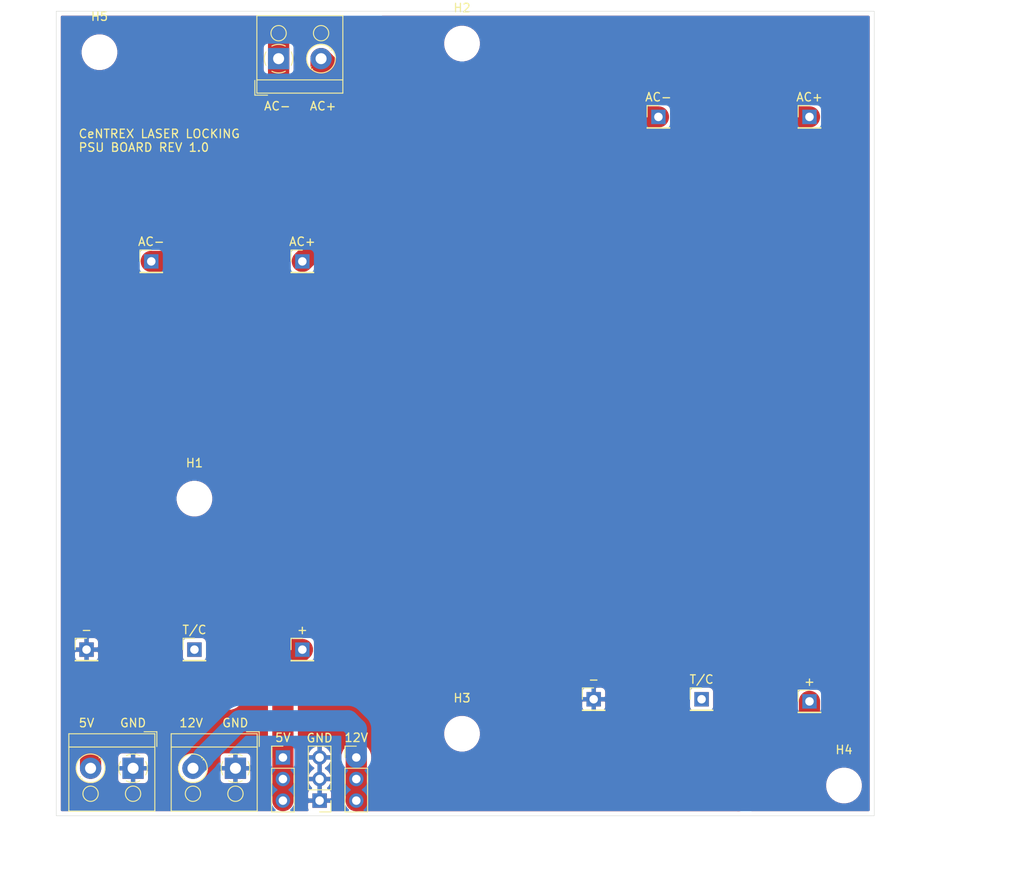
<source format=kicad_pcb>
(kicad_pcb (version 20171130) (host pcbnew "(5.1.4)-1")

  (general
    (thickness 1.6)
    (drawings 28)
    (tracks 32)
    (zones 0)
    (modules 21)
    (nets 8)
  )

  (page A4)
  (layers
    (0 F.Cu signal)
    (31 B.Cu signal)
    (32 B.Adhes user)
    (33 F.Adhes user)
    (34 B.Paste user)
    (35 F.Paste user)
    (36 B.SilkS user)
    (37 F.SilkS user)
    (38 B.Mask user)
    (39 F.Mask user)
    (40 Dwgs.User user)
    (41 Cmts.User user)
    (42 Eco1.User user)
    (43 Eco2.User user)
    (44 Edge.Cuts user)
    (45 Margin user)
    (46 B.CrtYd user)
    (47 F.CrtYd user)
    (48 B.Fab user)
    (49 F.Fab user hide)
  )

  (setup
    (last_trace_width 0.25)
    (trace_clearance 0.2)
    (zone_clearance 0.508)
    (zone_45_only no)
    (trace_min 0.2)
    (via_size 0.8)
    (via_drill 0.4)
    (via_min_size 0.4)
    (via_min_drill 0.3)
    (uvia_size 0.3)
    (uvia_drill 0.1)
    (uvias_allowed no)
    (uvia_min_size 0.2)
    (uvia_min_drill 0.1)
    (edge_width 0.05)
    (segment_width 0.2)
    (pcb_text_width 0.3)
    (pcb_text_size 1.5 1.5)
    (mod_edge_width 0.12)
    (mod_text_size 1 1)
    (mod_text_width 0.15)
    (pad_size 1.524 1.524)
    (pad_drill 0.762)
    (pad_to_mask_clearance 0.051)
    (solder_mask_min_width 0.25)
    (aux_axis_origin 0 0)
    (visible_elements 7FFFFFFF)
    (pcbplotparams
      (layerselection 0x010fc_ffffffff)
      (usegerberextensions false)
      (usegerberattributes false)
      (usegerberadvancedattributes false)
      (creategerberjobfile false)
      (excludeedgelayer true)
      (linewidth 0.100000)
      (plotframeref false)
      (viasonmask false)
      (mode 1)
      (useauxorigin false)
      (hpglpennumber 1)
      (hpglpenspeed 20)
      (hpglpendiameter 15.000000)
      (psnegative false)
      (psa4output false)
      (plotreference true)
      (plotvalue true)
      (plotinvisibletext false)
      (padsonsilk false)
      (subtractmaskfromsilk false)
      (outputformat 1)
      (mirror false)
      (drillshape 0)
      (scaleselection 1)
      (outputdirectory "gerber/"))
  )

  (net 0 "")
  (net 1 +5V)
  (net 2 GND)
  (net 3 +12V)
  (net 4 GNDA)
  (net 5 230V)
  (net 6 "Net-(J11-Pad1)")
  (net 7 "Net-(J12-Pad1)")

  (net_class Default "This is the default net class."
    (clearance 0.2)
    (trace_width 0.25)
    (via_dia 0.8)
    (via_drill 0.4)
    (uvia_dia 0.3)
    (uvia_drill 0.1)
    (add_net +12V)
    (add_net +5V)
    (add_net 230V)
    (add_net GND)
    (add_net GNDA)
    (add_net "Net-(J11-Pad1)")
    (add_net "Net-(J12-Pad1)")
  )

  (module MountingHole:MountingHole_3.2mm_M3 (layer F.Cu) (tedit 56D1B4CB) (tstamp 5DA00C8E)
    (at 159.004 67.818)
    (descr "Mounting Hole 3.2mm, no annular, M3")
    (tags "mounting hole 3.2mm no annular m3")
    (path /5DA1A713)
    (attr virtual)
    (fp_text reference H5 (at 0 -4.2) (layer F.SilkS)
      (effects (font (size 1 1) (thickness 0.15)))
    )
    (fp_text value MountingHole (at 0 4.2) (layer F.Fab)
      (effects (font (size 1 1) (thickness 0.15)))
    )
    (fp_circle (center 0 0) (end 3.45 0) (layer F.CrtYd) (width 0.05))
    (fp_circle (center 0 0) (end 3.2 0) (layer Cmts.User) (width 0.15))
    (fp_text user %R (at 0.3 0) (layer F.Fab)
      (effects (font (size 1 1) (thickness 0.15)))
    )
    (pad 1 np_thru_hole circle (at 0 0) (size 3.2 3.2) (drill 3.2) (layers *.Cu *.Mask))
  )

  (module MountingHole:MountingHole_3.2mm_M3 (layer F.Cu) (tedit 56D1B4CB) (tstamp 5DA00C86)
    (at 246.634 154.178)
    (descr "Mounting Hole 3.2mm, no annular, M3")
    (tags "mounting hole 3.2mm no annular m3")
    (path /5DA1A50E)
    (attr virtual)
    (fp_text reference H4 (at 0 -4.2) (layer F.SilkS)
      (effects (font (size 1 1) (thickness 0.15)))
    )
    (fp_text value MountingHole (at 0 4.2) (layer F.Fab)
      (effects (font (size 1 1) (thickness 0.15)))
    )
    (fp_circle (center 0 0) (end 3.45 0) (layer F.CrtYd) (width 0.05))
    (fp_circle (center 0 0) (end 3.2 0) (layer Cmts.User) (width 0.15))
    (fp_text user %R (at 0.3 0) (layer F.Fab)
      (effects (font (size 1 1) (thickness 0.15)))
    )
    (pad 1 np_thru_hole circle (at 0 0) (size 3.2 3.2) (drill 3.2) (layers *.Cu *.Mask))
  )

  (module TerminalBlock_RND:TerminalBlock_RND_205-00001_1x02_P5.00mm_Horizontal (layer F.Cu) (tedit 5B294F8C) (tstamp 5DA00014)
    (at 162.956 152.146 180)
    (descr "terminal block RND 205-00001, 2 pins, pitch 5mm, size 10x9mm^2, drill diamater 1.3mm, pad diameter 2.5mm, see http://cdn-reichelt.de/documents/datenblatt/C151/RND_205-00001_DB_EN.pdf, script-generated using https://github.com/pointhi/kicad-footprint-generator/scripts/TerminalBlock_RND")
    (tags "THT terminal block RND 205-00001 pitch 5mm size 10x9mm^2 drill 1.3mm pad 2.5mm")
    (path /5DA0BEB0)
    (fp_text reference "5V    GND" (at 2.428 5.334) (layer F.SilkS)
      (effects (font (size 1 1) (thickness 0.15)))
    )
    (fp_text value Screw_Terminal_01x02 (at 2.5 5.06) (layer F.Fab)
      (effects (font (size 1 1) (thickness 0.15)))
    )
    (fp_text user %R (at 2.5 -6.06) (layer F.Fab)
      (effects (font (size 1 1) (thickness 0.15)))
    )
    (fp_line (start 8 -5.5) (end -3 -5.5) (layer F.CrtYd) (width 0.05))
    (fp_line (start 8 4.5) (end 8 -5.5) (layer F.CrtYd) (width 0.05))
    (fp_line (start -3 4.5) (end 8 4.5) (layer F.CrtYd) (width 0.05))
    (fp_line (start -3 -5.5) (end -3 4.5) (layer F.CrtYd) (width 0.05))
    (fp_line (start -2.8 4.3) (end -1.3 4.3) (layer F.SilkS) (width 0.12))
    (fp_line (start -2.8 2.56) (end -2.8 4.3) (layer F.SilkS) (width 0.12))
    (fp_line (start 3.82 0.976) (end 3.726 1.069) (layer F.SilkS) (width 0.12))
    (fp_line (start 6.07 -1.275) (end 6.011 -1.216) (layer F.SilkS) (width 0.12))
    (fp_line (start 3.99 1.216) (end 3.931 1.274) (layer F.SilkS) (width 0.12))
    (fp_line (start 6.275 -1.069) (end 6.181 -0.976) (layer F.SilkS) (width 0.12))
    (fp_line (start 5.955 -1.138) (end 3.863 0.955) (layer F.Fab) (width 0.1))
    (fp_line (start 6.138 -0.955) (end 4.046 1.138) (layer F.Fab) (width 0.1))
    (fp_line (start 0.955 -1.138) (end -1.138 0.955) (layer F.Fab) (width 0.1))
    (fp_line (start 1.138 -0.955) (end -0.955 1.138) (layer F.Fab) (width 0.1))
    (fp_line (start 7.56 -5.06) (end 7.56 4.06) (layer F.SilkS) (width 0.12))
    (fp_line (start -2.56 -5.06) (end -2.56 4.06) (layer F.SilkS) (width 0.12))
    (fp_line (start -2.56 4.06) (end 7.56 4.06) (layer F.SilkS) (width 0.12))
    (fp_line (start -2.56 -5.06) (end 7.56 -5.06) (layer F.SilkS) (width 0.12))
    (fp_line (start -2.56 2.5) (end 7.56 2.5) (layer F.SilkS) (width 0.12))
    (fp_line (start -2.5 2.5) (end 7.5 2.5) (layer F.Fab) (width 0.1))
    (fp_line (start -2.5 2.5) (end -2.5 -5) (layer F.Fab) (width 0.1))
    (fp_line (start -1 4) (end -2.5 2.5) (layer F.Fab) (width 0.1))
    (fp_line (start 7.5 4) (end -1 4) (layer F.Fab) (width 0.1))
    (fp_line (start 7.5 -5) (end 7.5 4) (layer F.Fab) (width 0.1))
    (fp_line (start -2.5 -5) (end 7.5 -5) (layer F.Fab) (width 0.1))
    (fp_circle (center 5 -3) (end 5.9 -3) (layer F.SilkS) (width 0.12))
    (fp_circle (center 5 -3) (end 5.9 -3) (layer F.Fab) (width 0.1))
    (fp_circle (center 5 0) (end 6.68 0) (layer F.SilkS) (width 0.12))
    (fp_circle (center 5 0) (end 6.5 0) (layer F.Fab) (width 0.1))
    (fp_circle (center 0 -3) (end 0.9 -3) (layer F.SilkS) (width 0.12))
    (fp_circle (center 0 -3) (end 0.9 -3) (layer F.Fab) (width 0.1))
    (fp_circle (center 0 0) (end 1.5 0) (layer F.Fab) (width 0.1))
    (fp_arc (start 0 0) (end -0.789 1.484) (angle -29) (layer F.SilkS) (width 0.12))
    (fp_arc (start 0 0) (end -1.484 -0.789) (angle -56) (layer F.SilkS) (width 0.12))
    (fp_arc (start 0 0) (end 0.789 -1.484) (angle -56) (layer F.SilkS) (width 0.12))
    (fp_arc (start 0 0) (end 1.484 0.789) (angle -56) (layer F.SilkS) (width 0.12))
    (fp_arc (start 0 0) (end 0 1.68) (angle -28) (layer F.SilkS) (width 0.12))
    (pad 2 thru_hole circle (at 5 0 180) (size 2.5 2.5) (drill 1.3) (layers *.Cu *.Mask)
      (net 1 +5V))
    (pad 1 thru_hole rect (at 0 0 180) (size 2.5 2.5) (drill 1.3) (layers *.Cu *.Mask)
      (net 2 GND))
    (model ${KISYS3DMOD}/TerminalBlock_RND.3dshapes/TerminalBlock_RND_205-00001_1x02_P5.00mm_Horizontal.wrl
      (at (xyz 0 0 0))
      (scale (xyz 1 1 1))
      (rotate (xyz 0 0 0))
    )
  )

  (module TerminalBlock_RND:TerminalBlock_RND_205-00001_1x02_P5.00mm_Horizontal (layer F.Cu) (tedit 5B294F8C) (tstamp 5D9FFFE8)
    (at 175.006 152.146 180)
    (descr "terminal block RND 205-00001, 2 pins, pitch 5mm, size 10x9mm^2, drill diamater 1.3mm, pad diameter 2.5mm, see http://cdn-reichelt.de/documents/datenblatt/C151/RND_205-00001_DB_EN.pdf, script-generated using https://github.com/pointhi/kicad-footprint-generator/scripts/TerminalBlock_RND")
    (tags "THT terminal block RND 205-00001 pitch 5mm size 10x9mm^2 drill 1.3mm pad 2.5mm")
    (path /5DA0BA12)
    (fp_text reference "12V   GND" (at 2.54 5.334) (layer F.SilkS)
      (effects (font (size 1 1) (thickness 0.15)))
    )
    (fp_text value Screw_Terminal_01x02 (at 2.5 5.06) (layer F.Fab)
      (effects (font (size 1 1) (thickness 0.15)))
    )
    (fp_text user %R (at 2.5 -6.06) (layer F.Fab)
      (effects (font (size 1 1) (thickness 0.15)))
    )
    (fp_line (start 8 -5.5) (end -3 -5.5) (layer F.CrtYd) (width 0.05))
    (fp_line (start 8 4.5) (end 8 -5.5) (layer F.CrtYd) (width 0.05))
    (fp_line (start -3 4.5) (end 8 4.5) (layer F.CrtYd) (width 0.05))
    (fp_line (start -3 -5.5) (end -3 4.5) (layer F.CrtYd) (width 0.05))
    (fp_line (start -2.8 4.3) (end -1.3 4.3) (layer F.SilkS) (width 0.12))
    (fp_line (start -2.8 2.56) (end -2.8 4.3) (layer F.SilkS) (width 0.12))
    (fp_line (start 3.82 0.976) (end 3.726 1.069) (layer F.SilkS) (width 0.12))
    (fp_line (start 6.07 -1.275) (end 6.011 -1.216) (layer F.SilkS) (width 0.12))
    (fp_line (start 3.99 1.216) (end 3.931 1.274) (layer F.SilkS) (width 0.12))
    (fp_line (start 6.275 -1.069) (end 6.181 -0.976) (layer F.SilkS) (width 0.12))
    (fp_line (start 5.955 -1.138) (end 3.863 0.955) (layer F.Fab) (width 0.1))
    (fp_line (start 6.138 -0.955) (end 4.046 1.138) (layer F.Fab) (width 0.1))
    (fp_line (start 0.955 -1.138) (end -1.138 0.955) (layer F.Fab) (width 0.1))
    (fp_line (start 1.138 -0.955) (end -0.955 1.138) (layer F.Fab) (width 0.1))
    (fp_line (start 7.56 -5.06) (end 7.56 4.06) (layer F.SilkS) (width 0.12))
    (fp_line (start -2.56 -5.06) (end -2.56 4.06) (layer F.SilkS) (width 0.12))
    (fp_line (start -2.56 4.06) (end 7.56 4.06) (layer F.SilkS) (width 0.12))
    (fp_line (start -2.56 -5.06) (end 7.56 -5.06) (layer F.SilkS) (width 0.12))
    (fp_line (start -2.56 2.5) (end 7.56 2.5) (layer F.SilkS) (width 0.12))
    (fp_line (start -2.5 2.5) (end 7.5 2.5) (layer F.Fab) (width 0.1))
    (fp_line (start -2.5 2.5) (end -2.5 -5) (layer F.Fab) (width 0.1))
    (fp_line (start -1 4) (end -2.5 2.5) (layer F.Fab) (width 0.1))
    (fp_line (start 7.5 4) (end -1 4) (layer F.Fab) (width 0.1))
    (fp_line (start 7.5 -5) (end 7.5 4) (layer F.Fab) (width 0.1))
    (fp_line (start -2.5 -5) (end 7.5 -5) (layer F.Fab) (width 0.1))
    (fp_circle (center 5 -3) (end 5.9 -3) (layer F.SilkS) (width 0.12))
    (fp_circle (center 5 -3) (end 5.9 -3) (layer F.Fab) (width 0.1))
    (fp_circle (center 5 0) (end 6.68 0) (layer F.SilkS) (width 0.12))
    (fp_circle (center 5 0) (end 6.5 0) (layer F.Fab) (width 0.1))
    (fp_circle (center 0 -3) (end 0.9 -3) (layer F.SilkS) (width 0.12))
    (fp_circle (center 0 -3) (end 0.9 -3) (layer F.Fab) (width 0.1))
    (fp_circle (center 0 0) (end 1.5 0) (layer F.Fab) (width 0.1))
    (fp_arc (start 0 0) (end -0.789 1.484) (angle -29) (layer F.SilkS) (width 0.12))
    (fp_arc (start 0 0) (end -1.484 -0.789) (angle -56) (layer F.SilkS) (width 0.12))
    (fp_arc (start 0 0) (end 0.789 -1.484) (angle -56) (layer F.SilkS) (width 0.12))
    (fp_arc (start 0 0) (end 1.484 0.789) (angle -56) (layer F.SilkS) (width 0.12))
    (fp_arc (start 0 0) (end 0 1.68) (angle -28) (layer F.SilkS) (width 0.12))
    (pad 2 thru_hole circle (at 5 0 180) (size 2.5 2.5) (drill 1.3) (layers *.Cu *.Mask)
      (net 3 +12V))
    (pad 1 thru_hole rect (at 0 0 180) (size 2.5 2.5) (drill 1.3) (layers *.Cu *.Mask)
      (net 2 GND))
    (model ${KISYS3DMOD}/TerminalBlock_RND.3dshapes/TerminalBlock_RND_205-00001_1x02_P5.00mm_Horizontal.wrl
      (at (xyz 0 0 0))
      (scale (xyz 1 1 1))
      (rotate (xyz 0 0 0))
    )
  )

  (module Connector_PinHeader_2.54mm:PinHeader_1x03_P2.54mm_Vertical (layer F.Cu) (tedit 59FED5CC) (tstamp 5DA001FD)
    (at 180.594 150.876)
    (descr "Through hole straight pin header, 1x03, 2.54mm pitch, single row")
    (tags "Through hole pin header THT 1x03 2.54mm single row")
    (path /5D9FF424)
    (fp_text reference 5V (at 0 -2.33) (layer F.SilkS)
      (effects (font (size 1 1) (thickness 0.15)))
    )
    (fp_text value Conn_01x03 (at 0 7.41) (layer F.Fab)
      (effects (font (size 1 1) (thickness 0.15)))
    )
    (fp_text user %R (at 0 2.54 90) (layer F.Fab)
      (effects (font (size 1 1) (thickness 0.15)))
    )
    (fp_line (start 1.8 -1.8) (end -1.8 -1.8) (layer F.CrtYd) (width 0.05))
    (fp_line (start 1.8 6.85) (end 1.8 -1.8) (layer F.CrtYd) (width 0.05))
    (fp_line (start -1.8 6.85) (end 1.8 6.85) (layer F.CrtYd) (width 0.05))
    (fp_line (start -1.8 -1.8) (end -1.8 6.85) (layer F.CrtYd) (width 0.05))
    (fp_line (start -1.33 -1.33) (end 0 -1.33) (layer F.SilkS) (width 0.12))
    (fp_line (start -1.33 0) (end -1.33 -1.33) (layer F.SilkS) (width 0.12))
    (fp_line (start -1.33 1.27) (end 1.33 1.27) (layer F.SilkS) (width 0.12))
    (fp_line (start 1.33 1.27) (end 1.33 6.41) (layer F.SilkS) (width 0.12))
    (fp_line (start -1.33 1.27) (end -1.33 6.41) (layer F.SilkS) (width 0.12))
    (fp_line (start -1.33 6.41) (end 1.33 6.41) (layer F.SilkS) (width 0.12))
    (fp_line (start -1.27 -0.635) (end -0.635 -1.27) (layer F.Fab) (width 0.1))
    (fp_line (start -1.27 6.35) (end -1.27 -0.635) (layer F.Fab) (width 0.1))
    (fp_line (start 1.27 6.35) (end -1.27 6.35) (layer F.Fab) (width 0.1))
    (fp_line (start 1.27 -1.27) (end 1.27 6.35) (layer F.Fab) (width 0.1))
    (fp_line (start -0.635 -1.27) (end 1.27 -1.27) (layer F.Fab) (width 0.1))
    (pad 3 thru_hole oval (at 0 5.08) (size 1.7 1.7) (drill 1) (layers *.Cu *.Mask)
      (net 1 +5V))
    (pad 2 thru_hole oval (at 0 2.54) (size 1.7 1.7) (drill 1) (layers *.Cu *.Mask)
      (net 1 +5V))
    (pad 1 thru_hole rect (at 0 0) (size 1.7 1.7) (drill 1) (layers *.Cu *.Mask)
      (net 1 +5V))
    (model ${KISYS3DMOD}/Connector_PinHeader_2.54mm.3dshapes/PinHeader_1x03_P2.54mm_Vertical.wrl
      (at (xyz 0 0 0))
      (scale (xyz 1 1 1))
      (rotate (xyz 0 0 0))
    )
  )

  (module Connector_PinHeader_2.54mm:PinHeader_1x03_P2.54mm_Vertical (layer F.Cu) (tedit 59FED5CC) (tstamp 5DA00331)
    (at 189.23 150.876)
    (descr "Through hole straight pin header, 1x03, 2.54mm pitch, single row")
    (tags "Through hole pin header THT 1x03 2.54mm single row")
    (path /5D9FFA6A)
    (fp_text reference 12V (at 0 -2.33) (layer F.SilkS)
      (effects (font (size 1 1) (thickness 0.15)))
    )
    (fp_text value Conn_01x03 (at 0 7.41) (layer F.Fab)
      (effects (font (size 1 1) (thickness 0.15)))
    )
    (fp_text user %R (at 0 2.54 90) (layer F.Fab)
      (effects (font (size 1 1) (thickness 0.15)))
    )
    (fp_line (start 1.8 -1.8) (end -1.8 -1.8) (layer F.CrtYd) (width 0.05))
    (fp_line (start 1.8 6.85) (end 1.8 -1.8) (layer F.CrtYd) (width 0.05))
    (fp_line (start -1.8 6.85) (end 1.8 6.85) (layer F.CrtYd) (width 0.05))
    (fp_line (start -1.8 -1.8) (end -1.8 6.85) (layer F.CrtYd) (width 0.05))
    (fp_line (start -1.33 -1.33) (end 0 -1.33) (layer F.SilkS) (width 0.12))
    (fp_line (start -1.33 0) (end -1.33 -1.33) (layer F.SilkS) (width 0.12))
    (fp_line (start -1.33 1.27) (end 1.33 1.27) (layer F.SilkS) (width 0.12))
    (fp_line (start 1.33 1.27) (end 1.33 6.41) (layer F.SilkS) (width 0.12))
    (fp_line (start -1.33 1.27) (end -1.33 6.41) (layer F.SilkS) (width 0.12))
    (fp_line (start -1.33 6.41) (end 1.33 6.41) (layer F.SilkS) (width 0.12))
    (fp_line (start -1.27 -0.635) (end -0.635 -1.27) (layer F.Fab) (width 0.1))
    (fp_line (start -1.27 6.35) (end -1.27 -0.635) (layer F.Fab) (width 0.1))
    (fp_line (start 1.27 6.35) (end -1.27 6.35) (layer F.Fab) (width 0.1))
    (fp_line (start 1.27 -1.27) (end 1.27 6.35) (layer F.Fab) (width 0.1))
    (fp_line (start -0.635 -1.27) (end 1.27 -1.27) (layer F.Fab) (width 0.1))
    (pad 3 thru_hole oval (at 0 5.08) (size 1.7 1.7) (drill 1) (layers *.Cu *.Mask)
      (net 3 +12V))
    (pad 2 thru_hole oval (at 0 2.54) (size 1.7 1.7) (drill 1) (layers *.Cu *.Mask)
      (net 3 +12V))
    (pad 1 thru_hole rect (at 0 0) (size 1.7 1.7) (drill 1) (layers *.Cu *.Mask)
      (net 3 +12V))
    (model ${KISYS3DMOD}/Connector_PinHeader_2.54mm.3dshapes/PinHeader_1x03_P2.54mm_Vertical.wrl
      (at (xyz 0 0 0))
      (scale (xyz 1 1 1))
      (rotate (xyz 0 0 0))
    )
  )

  (module MountingHole:MountingHole_3.2mm_M3 (layer F.Cu) (tedit 56D1B4CB) (tstamp 5D938776)
    (at 201.676 148.082)
    (descr "Mounting Hole 3.2mm, no annular, M3")
    (tags "mounting hole 3.2mm no annular m3")
    (path /5D9446F5)
    (attr virtual)
    (fp_text reference H3 (at 0 -4.2) (layer F.SilkS)
      (effects (font (size 1 1) (thickness 0.15)))
    )
    (fp_text value MountingHole (at 0 4.2) (layer F.Fab)
      (effects (font (size 1 1) (thickness 0.15)))
    )
    (fp_circle (center 0 0) (end 3.45 0) (layer F.CrtYd) (width 0.05))
    (fp_circle (center 0 0) (end 3.2 0) (layer Cmts.User) (width 0.15))
    (fp_text user %R (at 0.3 0) (layer F.Fab)
      (effects (font (size 1 1) (thickness 0.15)))
    )
    (pad 1 np_thru_hole circle (at 0 0) (size 3.2 3.2) (drill 3.2) (layers *.Cu *.Mask))
  )

  (module MountingHole:MountingHole_3.2mm_M3 (layer F.Cu) (tedit 56D1B4CB) (tstamp 5D9384E3)
    (at 201.676 66.802)
    (descr "Mounting Hole 3.2mm, no annular, M3")
    (tags "mounting hole 3.2mm no annular m3")
    (path /5D944556)
    (attr virtual)
    (fp_text reference H2 (at 0 -4.2) (layer F.SilkS)
      (effects (font (size 1 1) (thickness 0.15)))
    )
    (fp_text value MountingHole (at 0 4.2) (layer F.Fab)
      (effects (font (size 1 1) (thickness 0.15)))
    )
    (fp_circle (center 0 0) (end 3.45 0) (layer F.CrtYd) (width 0.05))
    (fp_circle (center 0 0) (end 3.2 0) (layer Cmts.User) (width 0.15))
    (fp_text user %R (at 0.3 0) (layer F.Fab)
      (effects (font (size 1 1) (thickness 0.15)))
    )
    (pad 1 np_thru_hole circle (at 0 0) (size 3.2 3.2) (drill 3.2) (layers *.Cu *.Mask))
  )

  (module MountingHole:MountingHole_3.2mm_M3 (layer F.Cu) (tedit 56D1B4CB) (tstamp 5D93873C)
    (at 170.18 120.396)
    (descr "Mounting Hole 3.2mm, no annular, M3")
    (tags "mounting hole 3.2mm no annular m3")
    (path /5D942FAB)
    (attr virtual)
    (fp_text reference H1 (at 0 -4.2) (layer F.SilkS)
      (effects (font (size 1 1) (thickness 0.15)))
    )
    (fp_text value MountingHole (at 0 4.2) (layer F.Fab)
      (effects (font (size 1 1) (thickness 0.15)))
    )
    (fp_circle (center 0 0) (end 3.45 0) (layer F.CrtYd) (width 0.05))
    (fp_circle (center 0 0) (end 3.2 0) (layer Cmts.User) (width 0.15))
    (fp_text user %R (at 0.3 0) (layer F.Fab)
      (effects (font (size 1 1) (thickness 0.15)))
    )
    (pad 1 np_thru_hole circle (at 0 0) (size 3.2 3.2) (drill 3.2) (layers *.Cu *.Mask))
  )

  (module Connector_PinHeader_2.54mm:PinHeader_1x01_P2.54mm_Vertical (layer F.Cu) (tedit 59FED5CC) (tstamp 5D937FD5)
    (at 229.87 144.018)
    (descr "Through hole straight pin header, 1x01, 2.54mm pitch, single row")
    (tags "Through hole pin header THT 1x01 2.54mm single row")
    (path /5D93C17B)
    (fp_text reference T/C (at 0 -2.33) (layer F.SilkS)
      (effects (font (size 1 1) (thickness 0.15)))
    )
    (fp_text value Conn_01x01 (at 0 2.33) (layer F.Fab)
      (effects (font (size 1 1) (thickness 0.15)))
    )
    (fp_text user %R (at 0 0 90) (layer F.Fab)
      (effects (font (size 1 1) (thickness 0.15)))
    )
    (fp_line (start 1.8 -1.8) (end -1.8 -1.8) (layer F.CrtYd) (width 0.05))
    (fp_line (start 1.8 1.8) (end 1.8 -1.8) (layer F.CrtYd) (width 0.05))
    (fp_line (start -1.8 1.8) (end 1.8 1.8) (layer F.CrtYd) (width 0.05))
    (fp_line (start -1.8 -1.8) (end -1.8 1.8) (layer F.CrtYd) (width 0.05))
    (fp_line (start -1.33 -1.33) (end 0 -1.33) (layer F.SilkS) (width 0.12))
    (fp_line (start -1.33 0) (end -1.33 -1.33) (layer F.SilkS) (width 0.12))
    (fp_line (start -1.33 1.27) (end 1.33 1.27) (layer F.SilkS) (width 0.12))
    (fp_line (start 1.33 1.27) (end 1.33 1.33) (layer F.SilkS) (width 0.12))
    (fp_line (start -1.33 1.27) (end -1.33 1.33) (layer F.SilkS) (width 0.12))
    (fp_line (start -1.33 1.33) (end 1.33 1.33) (layer F.SilkS) (width 0.12))
    (fp_line (start -1.27 -0.635) (end -0.635 -1.27) (layer F.Fab) (width 0.1))
    (fp_line (start -1.27 1.27) (end -1.27 -0.635) (layer F.Fab) (width 0.1))
    (fp_line (start 1.27 1.27) (end -1.27 1.27) (layer F.Fab) (width 0.1))
    (fp_line (start 1.27 -1.27) (end 1.27 1.27) (layer F.Fab) (width 0.1))
    (fp_line (start -0.635 -1.27) (end 1.27 -1.27) (layer F.Fab) (width 0.1))
    (pad 1 thru_hole rect (at 0 0) (size 1.7 1.7) (drill 1) (layers *.Cu *.Mask)
      (net 7 "Net-(J12-Pad1)"))
    (model ${KISYS3DMOD}/Connector_PinHeader_2.54mm.3dshapes/PinHeader_1x01_P2.54mm_Vertical.wrl
      (at (xyz 0 0 0))
      (scale (xyz 1 1 1))
      (rotate (xyz 0 0 0))
    )
  )

  (module Connector_PinHeader_2.54mm:PinHeader_1x01_P2.54mm_Vertical (layer F.Cu) (tedit 59FED5CC) (tstamp 5D937C91)
    (at 170.18 138.176)
    (descr "Through hole straight pin header, 1x01, 2.54mm pitch, single row")
    (tags "Through hole pin header THT 1x01 2.54mm single row")
    (path /5D93C0FC)
    (fp_text reference T/C (at 0 -2.33) (layer F.SilkS)
      (effects (font (size 1 1) (thickness 0.15)))
    )
    (fp_text value Conn_01x01 (at 0 2.33) (layer F.Fab)
      (effects (font (size 1 1) (thickness 0.15)))
    )
    (fp_text user %R (at 0 0 90) (layer F.Fab)
      (effects (font (size 1 1) (thickness 0.15)))
    )
    (fp_line (start 1.8 -1.8) (end -1.8 -1.8) (layer F.CrtYd) (width 0.05))
    (fp_line (start 1.8 1.8) (end 1.8 -1.8) (layer F.CrtYd) (width 0.05))
    (fp_line (start -1.8 1.8) (end 1.8 1.8) (layer F.CrtYd) (width 0.05))
    (fp_line (start -1.8 -1.8) (end -1.8 1.8) (layer F.CrtYd) (width 0.05))
    (fp_line (start -1.33 -1.33) (end 0 -1.33) (layer F.SilkS) (width 0.12))
    (fp_line (start -1.33 0) (end -1.33 -1.33) (layer F.SilkS) (width 0.12))
    (fp_line (start -1.33 1.27) (end 1.33 1.27) (layer F.SilkS) (width 0.12))
    (fp_line (start 1.33 1.27) (end 1.33 1.33) (layer F.SilkS) (width 0.12))
    (fp_line (start -1.33 1.27) (end -1.33 1.33) (layer F.SilkS) (width 0.12))
    (fp_line (start -1.33 1.33) (end 1.33 1.33) (layer F.SilkS) (width 0.12))
    (fp_line (start -1.27 -0.635) (end -0.635 -1.27) (layer F.Fab) (width 0.1))
    (fp_line (start -1.27 1.27) (end -1.27 -0.635) (layer F.Fab) (width 0.1))
    (fp_line (start 1.27 1.27) (end -1.27 1.27) (layer F.Fab) (width 0.1))
    (fp_line (start 1.27 -1.27) (end 1.27 1.27) (layer F.Fab) (width 0.1))
    (fp_line (start -0.635 -1.27) (end 1.27 -1.27) (layer F.Fab) (width 0.1))
    (pad 1 thru_hole rect (at 0 0) (size 1.7 1.7) (drill 1) (layers *.Cu *.Mask)
      (net 6 "Net-(J11-Pad1)"))
    (model ${KISYS3DMOD}/Connector_PinHeader_2.54mm.3dshapes/PinHeader_1x01_P2.54mm_Vertical.wrl
      (at (xyz 0 0 0))
      (scale (xyz 1 1 1))
      (rotate (xyz 0 0 0))
    )
  )

  (module TerminalBlock_RND:TerminalBlock_RND_205-00001_1x02_P5.00mm_Horizontal (layer F.Cu) (tedit 5B294F8C) (tstamp 5D936AFD)
    (at 180.086 68.58)
    (descr "terminal block RND 205-00001, 2 pins, pitch 5mm, size 10x9mm^2, drill diamater 1.3mm, pad diameter 2.5mm, see http://cdn-reichelt.de/documents/datenblatt/C151/RND_205-00001_DB_EN.pdf, script-generated using https://github.com/pointhi/kicad-footprint-generator/scripts/TerminalBlock_RND")
    (tags "THT terminal block RND 205-00001 pitch 5mm size 10x9mm^2 drill 1.3mm pad 2.5mm")
    (path /5D935111)
    (fp_text reference "AC-   AC+" (at 2.54 5.588) (layer F.SilkS)
      (effects (font (size 1 1) (thickness 0.15)))
    )
    (fp_text value Screw_Terminal_01x02 (at 2.5 5.06) (layer F.Fab)
      (effects (font (size 1 1) (thickness 0.15)))
    )
    (fp_text user %R (at 2.5 -6.06) (layer F.Fab)
      (effects (font (size 1 1) (thickness 0.15)))
    )
    (fp_line (start 8 -5.5) (end -3 -5.5) (layer F.CrtYd) (width 0.05))
    (fp_line (start 8 4.5) (end 8 -5.5) (layer F.CrtYd) (width 0.05))
    (fp_line (start -3 4.5) (end 8 4.5) (layer F.CrtYd) (width 0.05))
    (fp_line (start -3 -5.5) (end -3 4.5) (layer F.CrtYd) (width 0.05))
    (fp_line (start -2.8 4.3) (end -1.3 4.3) (layer F.SilkS) (width 0.12))
    (fp_line (start -2.8 2.56) (end -2.8 4.3) (layer F.SilkS) (width 0.12))
    (fp_line (start 3.82 0.976) (end 3.726 1.069) (layer F.SilkS) (width 0.12))
    (fp_line (start 6.07 -1.275) (end 6.011 -1.216) (layer F.SilkS) (width 0.12))
    (fp_line (start 3.99 1.216) (end 3.931 1.274) (layer F.SilkS) (width 0.12))
    (fp_line (start 6.275 -1.069) (end 6.181 -0.976) (layer F.SilkS) (width 0.12))
    (fp_line (start 5.955 -1.138) (end 3.863 0.955) (layer F.Fab) (width 0.1))
    (fp_line (start 6.138 -0.955) (end 4.046 1.138) (layer F.Fab) (width 0.1))
    (fp_line (start 0.955 -1.138) (end -1.138 0.955) (layer F.Fab) (width 0.1))
    (fp_line (start 1.138 -0.955) (end -0.955 1.138) (layer F.Fab) (width 0.1))
    (fp_line (start 7.56 -5.06) (end 7.56 4.06) (layer F.SilkS) (width 0.12))
    (fp_line (start -2.56 -5.06) (end -2.56 4.06) (layer F.SilkS) (width 0.12))
    (fp_line (start -2.56 4.06) (end 7.56 4.06) (layer F.SilkS) (width 0.12))
    (fp_line (start -2.56 -5.06) (end 7.56 -5.06) (layer F.SilkS) (width 0.12))
    (fp_line (start -2.56 2.5) (end 7.56 2.5) (layer F.SilkS) (width 0.12))
    (fp_line (start -2.5 2.5) (end 7.5 2.5) (layer F.Fab) (width 0.1))
    (fp_line (start -2.5 2.5) (end -2.5 -5) (layer F.Fab) (width 0.1))
    (fp_line (start -1 4) (end -2.5 2.5) (layer F.Fab) (width 0.1))
    (fp_line (start 7.5 4) (end -1 4) (layer F.Fab) (width 0.1))
    (fp_line (start 7.5 -5) (end 7.5 4) (layer F.Fab) (width 0.1))
    (fp_line (start -2.5 -5) (end 7.5 -5) (layer F.Fab) (width 0.1))
    (fp_circle (center 5 -3) (end 5.9 -3) (layer F.SilkS) (width 0.12))
    (fp_circle (center 5 -3) (end 5.9 -3) (layer F.Fab) (width 0.1))
    (fp_circle (center 5 0) (end 6.68 0) (layer F.SilkS) (width 0.12))
    (fp_circle (center 5 0) (end 6.5 0) (layer F.Fab) (width 0.1))
    (fp_circle (center 0 -3) (end 0.9 -3) (layer F.SilkS) (width 0.12))
    (fp_circle (center 0 -3) (end 0.9 -3) (layer F.Fab) (width 0.1))
    (fp_circle (center 0 0) (end 1.5 0) (layer F.Fab) (width 0.1))
    (fp_arc (start 0 0) (end -0.789 1.484) (angle -29) (layer F.SilkS) (width 0.12))
    (fp_arc (start 0 0) (end -1.484 -0.789) (angle -56) (layer F.SilkS) (width 0.12))
    (fp_arc (start 0 0) (end 0.789 -1.484) (angle -56) (layer F.SilkS) (width 0.12))
    (fp_arc (start 0 0) (end 1.484 0.789) (angle -56) (layer F.SilkS) (width 0.12))
    (fp_arc (start 0 0) (end 0 1.68) (angle -28) (layer F.SilkS) (width 0.12))
    (pad 2 thru_hole circle (at 5 0) (size 2.5 2.5) (drill 1.3) (layers *.Cu *.Mask)
      (net 5 230V))
    (pad 1 thru_hole rect (at 0 0) (size 2.5 2.5) (drill 1.3) (layers *.Cu *.Mask)
      (net 4 GNDA))
    (model ${KISYS3DMOD}/TerminalBlock_RND.3dshapes/TerminalBlock_RND_205-00001_1x02_P5.00mm_Horizontal.wrl
      (at (xyz 0 0 0))
      (scale (xyz 1 1 1))
      (rotate (xyz 0 0 0))
    )
  )

  (module Connector_PinHeader_2.54mm:PinHeader_1x01_P2.54mm_Vertical (layer F.Cu) (tedit 59FED5CC) (tstamp 5D9FF896)
    (at 242.57 75.438)
    (descr "Through hole straight pin header, 1x01, 2.54mm pitch, single row")
    (tags "Through hole pin header THT 1x01 2.54mm single row")
    (path /5D931D6B)
    (fp_text reference AC+ (at 0 -2.33) (layer F.SilkS)
      (effects (font (size 1 1) (thickness 0.15)))
    )
    (fp_text value Conn_01x01 (at 0 2.33) (layer F.Fab)
      (effects (font (size 1 1) (thickness 0.15)))
    )
    (fp_text user %R (at 0 0 90) (layer F.Fab)
      (effects (font (size 1 1) (thickness 0.15)))
    )
    (fp_line (start 1.8 -1.8) (end -1.8 -1.8) (layer F.CrtYd) (width 0.05))
    (fp_line (start 1.8 1.8) (end 1.8 -1.8) (layer F.CrtYd) (width 0.05))
    (fp_line (start -1.8 1.8) (end 1.8 1.8) (layer F.CrtYd) (width 0.05))
    (fp_line (start -1.8 -1.8) (end -1.8 1.8) (layer F.CrtYd) (width 0.05))
    (fp_line (start -1.33 -1.33) (end 0 -1.33) (layer F.SilkS) (width 0.12))
    (fp_line (start -1.33 0) (end -1.33 -1.33) (layer F.SilkS) (width 0.12))
    (fp_line (start -1.33 1.27) (end 1.33 1.27) (layer F.SilkS) (width 0.12))
    (fp_line (start 1.33 1.27) (end 1.33 1.33) (layer F.SilkS) (width 0.12))
    (fp_line (start -1.33 1.27) (end -1.33 1.33) (layer F.SilkS) (width 0.12))
    (fp_line (start -1.33 1.33) (end 1.33 1.33) (layer F.SilkS) (width 0.12))
    (fp_line (start -1.27 -0.635) (end -0.635 -1.27) (layer F.Fab) (width 0.1))
    (fp_line (start -1.27 1.27) (end -1.27 -0.635) (layer F.Fab) (width 0.1))
    (fp_line (start 1.27 1.27) (end -1.27 1.27) (layer F.Fab) (width 0.1))
    (fp_line (start 1.27 -1.27) (end 1.27 1.27) (layer F.Fab) (width 0.1))
    (fp_line (start -0.635 -1.27) (end 1.27 -1.27) (layer F.Fab) (width 0.1))
    (pad 1 thru_hole rect (at 0 0) (size 1.7 1.7) (drill 1) (layers *.Cu *.Mask)
      (net 5 230V))
    (model ${KISYS3DMOD}/Connector_PinHeader_2.54mm.3dshapes/PinHeader_1x01_P2.54mm_Vertical.wrl
      (at (xyz 0 0 0))
      (scale (xyz 1 1 1))
      (rotate (xyz 0 0 0))
    )
  )

  (module Connector_PinHeader_2.54mm:PinHeader_1x01_P2.54mm_Vertical (layer F.Cu) (tedit 59FED5CC) (tstamp 5D9FF85A)
    (at 224.79 75.438)
    (descr "Through hole straight pin header, 1x01, 2.54mm pitch, single row")
    (tags "Through hole pin header THT 1x01 2.54mm single row")
    (path /5D931D65)
    (fp_text reference AC- (at 0 -2.33) (layer F.SilkS)
      (effects (font (size 1 1) (thickness 0.15)))
    )
    (fp_text value Conn_01x01 (at 0 2.33) (layer F.Fab)
      (effects (font (size 1 1) (thickness 0.15)))
    )
    (fp_text user %R (at 0 0 90) (layer F.Fab)
      (effects (font (size 1 1) (thickness 0.15)))
    )
    (fp_line (start 1.8 -1.8) (end -1.8 -1.8) (layer F.CrtYd) (width 0.05))
    (fp_line (start 1.8 1.8) (end 1.8 -1.8) (layer F.CrtYd) (width 0.05))
    (fp_line (start -1.8 1.8) (end 1.8 1.8) (layer F.CrtYd) (width 0.05))
    (fp_line (start -1.8 -1.8) (end -1.8 1.8) (layer F.CrtYd) (width 0.05))
    (fp_line (start -1.33 -1.33) (end 0 -1.33) (layer F.SilkS) (width 0.12))
    (fp_line (start -1.33 0) (end -1.33 -1.33) (layer F.SilkS) (width 0.12))
    (fp_line (start -1.33 1.27) (end 1.33 1.27) (layer F.SilkS) (width 0.12))
    (fp_line (start 1.33 1.27) (end 1.33 1.33) (layer F.SilkS) (width 0.12))
    (fp_line (start -1.33 1.27) (end -1.33 1.33) (layer F.SilkS) (width 0.12))
    (fp_line (start -1.33 1.33) (end 1.33 1.33) (layer F.SilkS) (width 0.12))
    (fp_line (start -1.27 -0.635) (end -0.635 -1.27) (layer F.Fab) (width 0.1))
    (fp_line (start -1.27 1.27) (end -1.27 -0.635) (layer F.Fab) (width 0.1))
    (fp_line (start 1.27 1.27) (end -1.27 1.27) (layer F.Fab) (width 0.1))
    (fp_line (start 1.27 -1.27) (end 1.27 1.27) (layer F.Fab) (width 0.1))
    (fp_line (start -0.635 -1.27) (end 1.27 -1.27) (layer F.Fab) (width 0.1))
    (pad 1 thru_hole rect (at 0 0) (size 1.7 1.7) (drill 1) (layers *.Cu *.Mask)
      (net 4 GNDA))
    (model ${KISYS3DMOD}/Connector_PinHeader_2.54mm.3dshapes/PinHeader_1x01_P2.54mm_Vertical.wrl
      (at (xyz 0 0 0))
      (scale (xyz 1 1 1))
      (rotate (xyz 0 0 0))
    )
  )

  (module Connector_PinHeader_2.54mm:PinHeader_1x01_P2.54mm_Vertical (layer F.Cu) (tedit 59FED5CC) (tstamp 5D937D81)
    (at 182.88 92.456)
    (descr "Through hole straight pin header, 1x01, 2.54mm pitch, single row")
    (tags "Through hole pin header THT 1x01 2.54mm single row")
    (path /5D92F706)
    (fp_text reference AC+ (at 0 -2.33) (layer F.SilkS)
      (effects (font (size 1 1) (thickness 0.15)))
    )
    (fp_text value Conn_01x01 (at 0 2.33) (layer F.Fab)
      (effects (font (size 1 1) (thickness 0.15)))
    )
    (fp_text user %R (at 0 0 90) (layer F.Fab)
      (effects (font (size 1 1) (thickness 0.15)))
    )
    (fp_line (start 1.8 -1.8) (end -1.8 -1.8) (layer F.CrtYd) (width 0.05))
    (fp_line (start 1.8 1.8) (end 1.8 -1.8) (layer F.CrtYd) (width 0.05))
    (fp_line (start -1.8 1.8) (end 1.8 1.8) (layer F.CrtYd) (width 0.05))
    (fp_line (start -1.8 -1.8) (end -1.8 1.8) (layer F.CrtYd) (width 0.05))
    (fp_line (start -1.33 -1.33) (end 0 -1.33) (layer F.SilkS) (width 0.12))
    (fp_line (start -1.33 0) (end -1.33 -1.33) (layer F.SilkS) (width 0.12))
    (fp_line (start -1.33 1.27) (end 1.33 1.27) (layer F.SilkS) (width 0.12))
    (fp_line (start 1.33 1.27) (end 1.33 1.33) (layer F.SilkS) (width 0.12))
    (fp_line (start -1.33 1.27) (end -1.33 1.33) (layer F.SilkS) (width 0.12))
    (fp_line (start -1.33 1.33) (end 1.33 1.33) (layer F.SilkS) (width 0.12))
    (fp_line (start -1.27 -0.635) (end -0.635 -1.27) (layer F.Fab) (width 0.1))
    (fp_line (start -1.27 1.27) (end -1.27 -0.635) (layer F.Fab) (width 0.1))
    (fp_line (start 1.27 1.27) (end -1.27 1.27) (layer F.Fab) (width 0.1))
    (fp_line (start 1.27 -1.27) (end 1.27 1.27) (layer F.Fab) (width 0.1))
    (fp_line (start -0.635 -1.27) (end 1.27 -1.27) (layer F.Fab) (width 0.1))
    (pad 1 thru_hole rect (at 0 0) (size 1.7 1.7) (drill 1) (layers *.Cu *.Mask)
      (net 5 230V))
    (model ${KISYS3DMOD}/Connector_PinHeader_2.54mm.3dshapes/PinHeader_1x01_P2.54mm_Vertical.wrl
      (at (xyz 0 0 0))
      (scale (xyz 1 1 1))
      (rotate (xyz 0 0 0))
    )
  )

  (module Connector_PinHeader_2.54mm:PinHeader_1x01_P2.54mm_Vertical (layer F.Cu) (tedit 59FED5CC) (tstamp 5D937D45)
    (at 165.1 92.456)
    (descr "Through hole straight pin header, 1x01, 2.54mm pitch, single row")
    (tags "Through hole pin header THT 1x01 2.54mm single row")
    (path /5D92F700)
    (fp_text reference AC- (at 0 -2.33) (layer F.SilkS)
      (effects (font (size 1 1) (thickness 0.15)))
    )
    (fp_text value Conn_01x01 (at 0 2.33) (layer F.Fab)
      (effects (font (size 1 1) (thickness 0.15)))
    )
    (fp_text user %R (at 0 0 90) (layer F.Fab)
      (effects (font (size 1 1) (thickness 0.15)))
    )
    (fp_line (start 1.8 -1.8) (end -1.8 -1.8) (layer F.CrtYd) (width 0.05))
    (fp_line (start 1.8 1.8) (end 1.8 -1.8) (layer F.CrtYd) (width 0.05))
    (fp_line (start -1.8 1.8) (end 1.8 1.8) (layer F.CrtYd) (width 0.05))
    (fp_line (start -1.8 -1.8) (end -1.8 1.8) (layer F.CrtYd) (width 0.05))
    (fp_line (start -1.33 -1.33) (end 0 -1.33) (layer F.SilkS) (width 0.12))
    (fp_line (start -1.33 0) (end -1.33 -1.33) (layer F.SilkS) (width 0.12))
    (fp_line (start -1.33 1.27) (end 1.33 1.27) (layer F.SilkS) (width 0.12))
    (fp_line (start 1.33 1.27) (end 1.33 1.33) (layer F.SilkS) (width 0.12))
    (fp_line (start -1.33 1.27) (end -1.33 1.33) (layer F.SilkS) (width 0.12))
    (fp_line (start -1.33 1.33) (end 1.33 1.33) (layer F.SilkS) (width 0.12))
    (fp_line (start -1.27 -0.635) (end -0.635 -1.27) (layer F.Fab) (width 0.1))
    (fp_line (start -1.27 1.27) (end -1.27 -0.635) (layer F.Fab) (width 0.1))
    (fp_line (start 1.27 1.27) (end -1.27 1.27) (layer F.Fab) (width 0.1))
    (fp_line (start 1.27 -1.27) (end 1.27 1.27) (layer F.Fab) (width 0.1))
    (fp_line (start -0.635 -1.27) (end 1.27 -1.27) (layer F.Fab) (width 0.1))
    (pad 1 thru_hole rect (at 0 0) (size 1.7 1.7) (drill 1) (layers *.Cu *.Mask)
      (net 4 GNDA))
    (model ${KISYS3DMOD}/Connector_PinHeader_2.54mm.3dshapes/PinHeader_1x01_P2.54mm_Vertical.wrl
      (at (xyz 0 0 0))
      (scale (xyz 1 1 1))
      (rotate (xyz 0 0 0))
    )
  )

  (module Connector_PinHeader_2.54mm:PinHeader_1x01_P2.54mm_Vertical (layer F.Cu) (tedit 59FED5CC) (tstamp 5D9380C5)
    (at 217.17 144.018)
    (descr "Through hole straight pin header, 1x01, 2.54mm pitch, single row")
    (tags "Through hole pin header THT 1x01 2.54mm single row")
    (path /5D92A7F8)
    (fp_text reference - (at 0 -2.33) (layer F.SilkS)
      (effects (font (size 1 1) (thickness 0.15)))
    )
    (fp_text value Conn_01x01 (at 0 2.33) (layer F.Fab)
      (effects (font (size 1 1) (thickness 0.15)))
    )
    (fp_text user %R (at 0 0 90) (layer F.Fab)
      (effects (font (size 1 1) (thickness 0.15)))
    )
    (fp_line (start 1.8 -1.8) (end -1.8 -1.8) (layer F.CrtYd) (width 0.05))
    (fp_line (start 1.8 1.8) (end 1.8 -1.8) (layer F.CrtYd) (width 0.05))
    (fp_line (start -1.8 1.8) (end 1.8 1.8) (layer F.CrtYd) (width 0.05))
    (fp_line (start -1.8 -1.8) (end -1.8 1.8) (layer F.CrtYd) (width 0.05))
    (fp_line (start -1.33 -1.33) (end 0 -1.33) (layer F.SilkS) (width 0.12))
    (fp_line (start -1.33 0) (end -1.33 -1.33) (layer F.SilkS) (width 0.12))
    (fp_line (start -1.33 1.27) (end 1.33 1.27) (layer F.SilkS) (width 0.12))
    (fp_line (start 1.33 1.27) (end 1.33 1.33) (layer F.SilkS) (width 0.12))
    (fp_line (start -1.33 1.27) (end -1.33 1.33) (layer F.SilkS) (width 0.12))
    (fp_line (start -1.33 1.33) (end 1.33 1.33) (layer F.SilkS) (width 0.12))
    (fp_line (start -1.27 -0.635) (end -0.635 -1.27) (layer F.Fab) (width 0.1))
    (fp_line (start -1.27 1.27) (end -1.27 -0.635) (layer F.Fab) (width 0.1))
    (fp_line (start 1.27 1.27) (end -1.27 1.27) (layer F.Fab) (width 0.1))
    (fp_line (start 1.27 -1.27) (end 1.27 1.27) (layer F.Fab) (width 0.1))
    (fp_line (start -0.635 -1.27) (end 1.27 -1.27) (layer F.Fab) (width 0.1))
    (pad 1 thru_hole rect (at 0 0) (size 1.7 1.7) (drill 1) (layers *.Cu *.Mask)
      (net 2 GND))
    (model ${KISYS3DMOD}/Connector_PinHeader_2.54mm.3dshapes/PinHeader_1x01_P2.54mm_Vertical.wrl
      (at (xyz 0 0 0))
      (scale (xyz 1 1 1))
      (rotate (xyz 0 0 0))
    )
  )

  (module Connector_PinHeader_2.54mm:PinHeader_1x01_P2.54mm_Vertical (layer F.Cu) (tedit 59FED5CC) (tstamp 5D938089)
    (at 242.57 144.272)
    (descr "Through hole straight pin header, 1x01, 2.54mm pitch, single row")
    (tags "Through hole pin header THT 1x01 2.54mm single row")
    (path /5D92A544)
    (fp_text reference + (at 0 -2.33) (layer F.SilkS)
      (effects (font (size 1 1) (thickness 0.15)))
    )
    (fp_text value Conn_01x01 (at 0 2.33) (layer F.Fab)
      (effects (font (size 1 1) (thickness 0.15)))
    )
    (fp_text user %R (at 0 0 90) (layer F.Fab)
      (effects (font (size 1 1) (thickness 0.15)))
    )
    (fp_line (start 1.8 -1.8) (end -1.8 -1.8) (layer F.CrtYd) (width 0.05))
    (fp_line (start 1.8 1.8) (end 1.8 -1.8) (layer F.CrtYd) (width 0.05))
    (fp_line (start -1.8 1.8) (end 1.8 1.8) (layer F.CrtYd) (width 0.05))
    (fp_line (start -1.8 -1.8) (end -1.8 1.8) (layer F.CrtYd) (width 0.05))
    (fp_line (start -1.33 -1.33) (end 0 -1.33) (layer F.SilkS) (width 0.12))
    (fp_line (start -1.33 0) (end -1.33 -1.33) (layer F.SilkS) (width 0.12))
    (fp_line (start -1.33 1.27) (end 1.33 1.27) (layer F.SilkS) (width 0.12))
    (fp_line (start 1.33 1.27) (end 1.33 1.33) (layer F.SilkS) (width 0.12))
    (fp_line (start -1.33 1.27) (end -1.33 1.33) (layer F.SilkS) (width 0.12))
    (fp_line (start -1.33 1.33) (end 1.33 1.33) (layer F.SilkS) (width 0.12))
    (fp_line (start -1.27 -0.635) (end -0.635 -1.27) (layer F.Fab) (width 0.1))
    (fp_line (start -1.27 1.27) (end -1.27 -0.635) (layer F.Fab) (width 0.1))
    (fp_line (start 1.27 1.27) (end -1.27 1.27) (layer F.Fab) (width 0.1))
    (fp_line (start 1.27 -1.27) (end 1.27 1.27) (layer F.Fab) (width 0.1))
    (fp_line (start -0.635 -1.27) (end 1.27 -1.27) (layer F.Fab) (width 0.1))
    (pad 1 thru_hole rect (at 0 0) (size 1.7 1.7) (drill 1) (layers *.Cu *.Mask)
      (net 3 +12V))
    (model ${KISYS3DMOD}/Connector_PinHeader_2.54mm.3dshapes/PinHeader_1x01_P2.54mm_Vertical.wrl
      (at (xyz 0 0 0))
      (scale (xyz 1 1 1))
      (rotate (xyz 0 0 0))
    )
  )

  (module Connector_PinHeader_2.54mm:PinHeader_1x01_P2.54mm_Vertical (layer F.Cu) (tedit 59FED5CC) (tstamp 5D937D09)
    (at 157.48 138.176)
    (descr "Through hole straight pin header, 1x01, 2.54mm pitch, single row")
    (tags "Through hole pin header THT 1x01 2.54mm single row")
    (path /5D92A37C)
    (fp_text reference - (at 0 -2.33) (layer F.SilkS)
      (effects (font (size 1 1) (thickness 0.15)))
    )
    (fp_text value Conn_01x01 (at 0 2.33) (layer F.Fab)
      (effects (font (size 1 1) (thickness 0.15)))
    )
    (fp_text user %R (at 0 0 90) (layer F.Fab)
      (effects (font (size 1 1) (thickness 0.15)))
    )
    (fp_line (start 1.8 -1.8) (end -1.8 -1.8) (layer F.CrtYd) (width 0.05))
    (fp_line (start 1.8 1.8) (end 1.8 -1.8) (layer F.CrtYd) (width 0.05))
    (fp_line (start -1.8 1.8) (end 1.8 1.8) (layer F.CrtYd) (width 0.05))
    (fp_line (start -1.8 -1.8) (end -1.8 1.8) (layer F.CrtYd) (width 0.05))
    (fp_line (start -1.33 -1.33) (end 0 -1.33) (layer F.SilkS) (width 0.12))
    (fp_line (start -1.33 0) (end -1.33 -1.33) (layer F.SilkS) (width 0.12))
    (fp_line (start -1.33 1.27) (end 1.33 1.27) (layer F.SilkS) (width 0.12))
    (fp_line (start 1.33 1.27) (end 1.33 1.33) (layer F.SilkS) (width 0.12))
    (fp_line (start -1.33 1.27) (end -1.33 1.33) (layer F.SilkS) (width 0.12))
    (fp_line (start -1.33 1.33) (end 1.33 1.33) (layer F.SilkS) (width 0.12))
    (fp_line (start -1.27 -0.635) (end -0.635 -1.27) (layer F.Fab) (width 0.1))
    (fp_line (start -1.27 1.27) (end -1.27 -0.635) (layer F.Fab) (width 0.1))
    (fp_line (start 1.27 1.27) (end -1.27 1.27) (layer F.Fab) (width 0.1))
    (fp_line (start 1.27 -1.27) (end 1.27 1.27) (layer F.Fab) (width 0.1))
    (fp_line (start -0.635 -1.27) (end 1.27 -1.27) (layer F.Fab) (width 0.1))
    (pad 1 thru_hole rect (at 0 0) (size 1.7 1.7) (drill 1) (layers *.Cu *.Mask)
      (net 2 GND))
    (model ${KISYS3DMOD}/Connector_PinHeader_2.54mm.3dshapes/PinHeader_1x01_P2.54mm_Vertical.wrl
      (at (xyz 0 0 0))
      (scale (xyz 1 1 1))
      (rotate (xyz 0 0 0))
    )
  )

  (module Connector_PinHeader_2.54mm:PinHeader_1x01_P2.54mm_Vertical (layer F.Cu) (tedit 59FED5CC) (tstamp 5D937CCD)
    (at 182.88 138.176)
    (descr "Through hole straight pin header, 1x01, 2.54mm pitch, single row")
    (tags "Through hole pin header THT 1x01 2.54mm single row")
    (path /5D929E68)
    (fp_text reference + (at 0 -2.33) (layer F.SilkS)
      (effects (font (size 1 1) (thickness 0.15)))
    )
    (fp_text value Conn_01x01 (at 0 2.33) (layer F.Fab)
      (effects (font (size 1 1) (thickness 0.15)))
    )
    (fp_text user %R (at 0 0 90) (layer F.Fab)
      (effects (font (size 1 1) (thickness 0.15)))
    )
    (fp_line (start 1.8 -1.8) (end -1.8 -1.8) (layer F.CrtYd) (width 0.05))
    (fp_line (start 1.8 1.8) (end 1.8 -1.8) (layer F.CrtYd) (width 0.05))
    (fp_line (start -1.8 1.8) (end 1.8 1.8) (layer F.CrtYd) (width 0.05))
    (fp_line (start -1.8 -1.8) (end -1.8 1.8) (layer F.CrtYd) (width 0.05))
    (fp_line (start -1.33 -1.33) (end 0 -1.33) (layer F.SilkS) (width 0.12))
    (fp_line (start -1.33 0) (end -1.33 -1.33) (layer F.SilkS) (width 0.12))
    (fp_line (start -1.33 1.27) (end 1.33 1.27) (layer F.SilkS) (width 0.12))
    (fp_line (start 1.33 1.27) (end 1.33 1.33) (layer F.SilkS) (width 0.12))
    (fp_line (start -1.33 1.27) (end -1.33 1.33) (layer F.SilkS) (width 0.12))
    (fp_line (start -1.33 1.33) (end 1.33 1.33) (layer F.SilkS) (width 0.12))
    (fp_line (start -1.27 -0.635) (end -0.635 -1.27) (layer F.Fab) (width 0.1))
    (fp_line (start -1.27 1.27) (end -1.27 -0.635) (layer F.Fab) (width 0.1))
    (fp_line (start 1.27 1.27) (end -1.27 1.27) (layer F.Fab) (width 0.1))
    (fp_line (start 1.27 -1.27) (end 1.27 1.27) (layer F.Fab) (width 0.1))
    (fp_line (start -0.635 -1.27) (end 1.27 -1.27) (layer F.Fab) (width 0.1))
    (pad 1 thru_hole rect (at 0 0) (size 1.7 1.7) (drill 1) (layers *.Cu *.Mask)
      (net 1 +5V))
    (model ${KISYS3DMOD}/Connector_PinHeader_2.54mm.3dshapes/PinHeader_1x01_P2.54mm_Vertical.wrl
      (at (xyz 0 0 0))
      (scale (xyz 1 1 1))
      (rotate (xyz 0 0 0))
    )
  )

  (module Connector_PinHeader_2.54mm:PinHeader_1x03_P2.54mm_Vertical (layer F.Cu) (tedit 59FED5CC) (tstamp 5DA00281)
    (at 184.912 155.956 180)
    (descr "Through hole straight pin header, 1x03, 2.54mm pitch, single row")
    (tags "Through hole pin header THT 1x03 2.54mm single row")
    (path /5D928EF4)
    (fp_text reference GND (at 0 7.366) (layer F.SilkS)
      (effects (font (size 1 1) (thickness 0.15)))
    )
    (fp_text value Conn_01x03 (at 0 7.41) (layer F.Fab)
      (effects (font (size 1 1) (thickness 0.15)))
    )
    (fp_text user %R (at 0 2.54 90) (layer F.Fab)
      (effects (font (size 1 1) (thickness 0.15)))
    )
    (fp_line (start 1.8 -1.8) (end -1.8 -1.8) (layer F.CrtYd) (width 0.05))
    (fp_line (start 1.8 6.85) (end 1.8 -1.8) (layer F.CrtYd) (width 0.05))
    (fp_line (start -1.8 6.85) (end 1.8 6.85) (layer F.CrtYd) (width 0.05))
    (fp_line (start -1.8 -1.8) (end -1.8 6.85) (layer F.CrtYd) (width 0.05))
    (fp_line (start -1.33 -1.33) (end 0 -1.33) (layer F.SilkS) (width 0.12))
    (fp_line (start -1.33 0) (end -1.33 -1.33) (layer F.SilkS) (width 0.12))
    (fp_line (start -1.33 1.27) (end 1.33 1.27) (layer F.SilkS) (width 0.12))
    (fp_line (start 1.33 1.27) (end 1.33 6.41) (layer F.SilkS) (width 0.12))
    (fp_line (start -1.33 1.27) (end -1.33 6.41) (layer F.SilkS) (width 0.12))
    (fp_line (start -1.33 6.41) (end 1.33 6.41) (layer F.SilkS) (width 0.12))
    (fp_line (start -1.27 -0.635) (end -0.635 -1.27) (layer F.Fab) (width 0.1))
    (fp_line (start -1.27 6.35) (end -1.27 -0.635) (layer F.Fab) (width 0.1))
    (fp_line (start 1.27 6.35) (end -1.27 6.35) (layer F.Fab) (width 0.1))
    (fp_line (start 1.27 -1.27) (end 1.27 6.35) (layer F.Fab) (width 0.1))
    (fp_line (start -0.635 -1.27) (end 1.27 -1.27) (layer F.Fab) (width 0.1))
    (pad 3 thru_hole oval (at 0 5.08 180) (size 1.7 1.7) (drill 1) (layers *.Cu *.Mask)
      (net 2 GND))
    (pad 2 thru_hole oval (at 0 2.54 180) (size 1.7 1.7) (drill 1) (layers *.Cu *.Mask)
      (net 2 GND))
    (pad 1 thru_hole rect (at 0 0 180) (size 1.7 1.7) (drill 1) (layers *.Cu *.Mask)
      (net 2 GND))
    (model ${KISYS3DMOD}/Connector_PinHeader_2.54mm.3dshapes/PinHeader_1x03_P2.54mm_Vertical.wrl
      (at (xyz 0 0 0))
      (scale (xyz 1 1 1))
      (rotate (xyz 0 0 0))
    )
  )

  (gr_text "CeNTREX LASER LOCKING\nPSU BOARD REV 1.0" (at 156.464 78.232) (layer F.SilkS)
    (effects (font (size 1 1) (thickness 0.15)) (justify left))
  )
  (dimension 94.742 (width 0.05) (layer F.CrtYd) (tstamp 5DA00174)
    (gr_text "94.742 mm" (at 266.376 110.363 270) (layer F.CrtYd) (tstamp 5DA00174)
      (effects (font (size 1 1) (thickness 0.15)))
    )
    (feature1 (pts (xy 250.19 157.734) (xy 265.762421 157.734)))
    (feature2 (pts (xy 250.19 62.992) (xy 265.762421 62.992)))
    (crossbar (pts (xy 265.176 62.992) (xy 265.176 157.734)))
    (arrow1a (pts (xy 265.176 157.734) (xy 264.589579 156.607496)))
    (arrow1b (pts (xy 265.176 157.734) (xy 265.762421 156.607496)))
    (arrow2a (pts (xy 265.176 62.992) (xy 264.589579 64.118504)))
    (arrow2b (pts (xy 265.176 62.992) (xy 265.762421 64.118504)))
  )
  (gr_line (start 153.924 62.992) (end 153.924 67.056) (layer Edge.Cuts) (width 0.05) (tstamp 5DA00185))
  (gr_line (start 250.19 62.992) (end 153.924 62.992) (layer Edge.Cuts) (width 0.05) (tstamp 5DA00188))
  (gr_line (start 250.19 67.056) (end 250.19 62.992) (layer Edge.Cuts) (width 0.05) (tstamp 5DA0014F))
  (dimension 81.28 (width 0.05) (layer F.CrtYd)
    (gr_text "81.280 mm" (at 202.876 107.442 90) (layer F.CrtYd)
      (effects (font (size 1 1) (thickness 0.15)))
    )
    (feature1 (pts (xy 201.676 66.802) (xy 202.262421 66.802)))
    (feature2 (pts (xy 201.676 148.082) (xy 202.262421 148.082)))
    (crossbar (pts (xy 201.676 148.082) (xy 201.676 66.802)))
    (arrow1a (pts (xy 201.676 66.802) (xy 202.262421 67.928504)))
    (arrow1b (pts (xy 201.676 66.802) (xy 201.089579 67.928504)))
    (arrow2a (pts (xy 201.676 148.082) (xy 202.262421 146.955496)))
    (arrow2b (pts (xy 201.676 148.082) (xy 201.089579 146.955496)))
  )
  (dimension 17.78 (width 0.05) (layer F.CrtYd)
    (gr_text "17.780 mm" (at 171.38 129.286 90) (layer F.CrtYd)
      (effects (font (size 1 1) (thickness 0.15)))
    )
    (feature1 (pts (xy 170.18 120.396) (xy 170.766421 120.396)))
    (feature2 (pts (xy 170.18 138.176) (xy 170.766421 138.176)))
    (crossbar (pts (xy 170.18 138.176) (xy 170.18 120.396)))
    (arrow1a (pts (xy 170.18 120.396) (xy 170.766421 121.522504)))
    (arrow1b (pts (xy 170.18 120.396) (xy 169.593579 121.522504)))
    (arrow2a (pts (xy 170.18 138.176) (xy 170.766421 137.049496)))
    (arrow2b (pts (xy 170.18 138.176) (xy 169.593579 137.049496)))
  )
  (dimension 96.266 (width 0.15) (layer Dwgs.User) (tstamp 5DA0017A)
    (gr_text "96.266 mm" (at 202.057 164.622) (layer Dwgs.User) (tstamp 5DA0017A)
      (effects (font (size 1 1) (thickness 0.15)))
    )
    (feature1 (pts (xy 153.924 157.734) (xy 153.924 163.908421)))
    (feature2 (pts (xy 250.19 157.734) (xy 250.19 163.908421)))
    (crossbar (pts (xy 250.19 163.322) (xy 153.924 163.322)))
    (arrow1a (pts (xy 153.924 163.322) (xy 155.050504 162.735579)))
    (arrow1b (pts (xy 153.924 163.322) (xy 155.050504 163.908421)))
    (arrow2a (pts (xy 250.19 163.322) (xy 249.063496 162.735579)))
    (arrow2b (pts (xy 250.19 163.322) (xy 249.063496 163.908421)))
  )
  (gr_line (start 153.924 157.734) (end 153.924 67.056) (layer Edge.Cuts) (width 0.05) (tstamp 5DA00170))
  (gr_line (start 170.18 157.734) (end 153.924 157.734) (layer Edge.Cuts) (width 0.05) (tstamp 5DA0018E))
  (dimension 10.16 (width 0.05) (layer F.CrtYd)
    (gr_text "10.160 mm" (at 152.4 139.376) (layer F.CrtYd)
      (effects (font (size 1 1) (thickness 0.15)))
    )
    (feature1 (pts (xy 147.32 92.456) (xy 147.32 138.762421)))
    (feature2 (pts (xy 157.48 92.456) (xy 157.48 138.762421)))
    (crossbar (pts (xy 157.48 138.176) (xy 147.32 138.176)))
    (arrow1a (pts (xy 147.32 138.176) (xy 148.446504 137.589579)))
    (arrow1b (pts (xy 147.32 138.176) (xy 148.446504 138.762421)))
    (arrow2a (pts (xy 157.48 138.176) (xy 156.353496 137.589579)))
    (arrow2b (pts (xy 157.48 138.176) (xy 156.353496 138.762421)))
  )
  (gr_line (start 250.19 157.734) (end 250.19 67.056) (layer Edge.Cuts) (width 0.05) (tstamp 5DA0016D))
  (gr_line (start 170.18 157.734) (end 250.19 157.734) (layer Edge.Cuts) (width 0.05) (tstamp 5DA0018B))
  (dimension 19.558 (width 0.05) (layer F.CrtYd) (tstamp 5D9380FB)
    (gr_text "19.558 mm" (at 207.391 145.218) (layer F.CrtYd) (tstamp 5D9380FB)
      (effects (font (size 1 1) (thickness 0.15)))
    )
    (feature1 (pts (xy 197.612 75.438) (xy 197.612 144.604421)))
    (feature2 (pts (xy 217.17 75.438) (xy 217.17 144.604421)))
    (crossbar (pts (xy 217.17 144.018) (xy 197.612 144.018)))
    (arrow1a (pts (xy 197.612 144.018) (xy 198.738504 143.431579)))
    (arrow1b (pts (xy 197.612 144.018) (xy 198.738504 144.604421)))
    (arrow2a (pts (xy 217.17 144.018) (xy 216.043496 143.431579)))
    (arrow2b (pts (xy 217.17 144.018) (xy 216.043496 144.604421)))
  )
  (dimension 10.16 (width 0.05) (layer F.CrtYd) (tstamp 5D938101)
    (gr_text "10.160 mm" (at 215.97 70.358 90) (layer F.CrtYd) (tstamp 5D938101)
      (effects (font (size 1 1) (thickness 0.15)))
    )
    (feature1 (pts (xy 234.95 65.278) (xy 216.583579 65.278)))
    (feature2 (pts (xy 234.95 75.438) (xy 216.583579 75.438)))
    (crossbar (pts (xy 217.17 75.438) (xy 217.17 65.278)))
    (arrow1a (pts (xy 217.17 65.278) (xy 217.756421 66.404504)))
    (arrow1b (pts (xy 217.17 65.278) (xy 216.583579 66.404504)))
    (arrow2a (pts (xy 217.17 75.438) (xy 217.756421 74.311496)))
    (arrow2b (pts (xy 217.17 75.438) (xy 216.583579 74.311496)))
  )
  (dimension 19.558 (width 0.05) (layer F.CrtYd) (tstamp 5D9380EF)
    (gr_text "19.558 mm" (at 252.349 77.286) (layer F.CrtYd) (tstamp 5D9380EF)
      (effects (font (size 1 1) (thickness 0.15)))
    )
    (feature1 (pts (xy 262.128 147.32) (xy 262.128 77.899579)))
    (feature2 (pts (xy 242.57 147.32) (xy 242.57 77.899579)))
    (crossbar (pts (xy 242.57 78.486) (xy 262.128 78.486)))
    (arrow1a (pts (xy 262.128 78.486) (xy 261.001496 79.072421)))
    (arrow1b (pts (xy 262.128 78.486) (xy 261.001496 77.899579)))
    (arrow2a (pts (xy 242.57 78.486) (xy 243.696504 79.072421)))
    (arrow2b (pts (xy 242.57 78.486) (xy 243.696504 77.899579)))
  )
  (dimension 10.16 (width 0.05) (layer F.CrtYd) (tstamp 5DA00180)
    (gr_text "10.160 mm" (at 243.77 149.098 270) (layer F.CrtYd) (tstamp 5DA00180)
      (effects (font (size 1 1) (thickness 0.15)))
    )
    (feature1 (pts (xy 217.17 154.178) (xy 243.156421 154.178)))
    (feature2 (pts (xy 217.17 144.018) (xy 243.156421 144.018)))
    (crossbar (pts (xy 242.57 144.018) (xy 242.57 154.178)))
    (arrow1a (pts (xy 242.57 154.178) (xy 241.983579 153.051496)))
    (arrow1b (pts (xy 242.57 154.178) (xy 243.156421 153.051496)))
    (arrow2a (pts (xy 242.57 144.018) (xy 241.983579 145.144504)))
    (arrow2b (pts (xy 242.57 144.018) (xy 243.156421 145.144504)))
  )
  (dimension 10.16 (width 0.05) (layer F.CrtYd)
    (gr_text "10.160 mm" (at 187.96 91.256) (layer F.CrtYd)
      (effects (font (size 1 1) (thickness 0.15)))
    )
    (feature1 (pts (xy 193.04 138.176) (xy 193.04 91.869579)))
    (feature2 (pts (xy 182.88 138.176) (xy 182.88 91.869579)))
    (crossbar (pts (xy 182.88 92.456) (xy 193.04 92.456)))
    (arrow1a (pts (xy 193.04 92.456) (xy 191.913496 93.042421)))
    (arrow1b (pts (xy 193.04 92.456) (xy 191.913496 91.869579)))
    (arrow2a (pts (xy 182.88 92.456) (xy 184.006504 93.042421)))
    (arrow2b (pts (xy 182.88 92.456) (xy 184.006504 91.869579)))
  )
  (dimension 10.16 (width 0.05) (layer F.CrtYd)
    (gr_text "10.160 mm" (at 184.08 143.256 270) (layer F.CrtYd)
      (effects (font (size 1 1) (thickness 0.15)))
    )
    (feature1 (pts (xy 157.48 148.336) (xy 183.466421 148.336)))
    (feature2 (pts (xy 157.48 138.176) (xy 183.466421 138.176)))
    (crossbar (pts (xy 182.88 138.176) (xy 182.88 148.336)))
    (arrow1a (pts (xy 182.88 148.336) (xy 182.293579 147.209496)))
    (arrow1b (pts (xy 182.88 148.336) (xy 183.466421 147.209496)))
    (arrow2a (pts (xy 182.88 138.176) (xy 182.293579 139.302504)))
    (arrow2b (pts (xy 182.88 138.176) (xy 183.466421 139.302504)))
  )
  (dimension 10.16 (width 0.05) (layer F.CrtYd) (tstamp 5D93811F)
    (gr_text "10.160 mm" (at 192.462 87.376 90) (layer F.CrtYd) (tstamp 5D93811F)
      (effects (font (size 1 1) (thickness 0.15)))
    )
    (feature1 (pts (xy 157.734 82.296) (xy 191.848421 82.296)))
    (feature2 (pts (xy 157.734 92.456) (xy 191.848421 92.456)))
    (crossbar (pts (xy 191.262 92.456) (xy 191.262 82.296)))
    (arrow1a (pts (xy 191.262 82.296) (xy 191.848421 83.422504)))
    (arrow1b (pts (xy 191.262 82.296) (xy 190.675579 83.422504)))
    (arrow2a (pts (xy 191.262 92.456) (xy 191.848421 91.329496)))
    (arrow2b (pts (xy 191.262 92.456) (xy 190.675579 91.329496)))
  )
  (dimension 12.7 (width 0.05) (layer F.CrtYd) (tstamp 5D938107)
    (gr_text "12.700 mm" (at 223.52 138.5) (layer F.CrtYd) (tstamp 5D938107)
      (effects (font (size 1 1) (thickness 0.15)))
    )
    (feature1 (pts (xy 229.87 144.018) (xy 229.87 139.113579)))
    (feature2 (pts (xy 217.17 144.018) (xy 217.17 139.113579)))
    (crossbar (pts (xy 217.17 139.7) (xy 229.87 139.7)))
    (arrow1a (pts (xy 229.87 139.7) (xy 228.743496 140.286421)))
    (arrow1b (pts (xy 229.87 139.7) (xy 228.743496 139.113579)))
    (arrow2a (pts (xy 217.17 139.7) (xy 218.296504 140.286421)))
    (arrow2b (pts (xy 217.17 139.7) (xy 218.296504 139.113579)))
  )
  (dimension 17.78 (width 0.05) (layer F.CrtYd) (tstamp 5D9FF8C0)
    (gr_text "17.780 mm" (at 233.68 69.92) (layer F.CrtYd) (tstamp 5D9FF8C0)
      (effects (font (size 1 1) (thickness 0.15)))
    )
    (feature1 (pts (xy 242.57 75.438) (xy 242.57 70.533579)))
    (feature2 (pts (xy 224.79 75.438) (xy 224.79 70.533579)))
    (crossbar (pts (xy 224.79 71.12) (xy 242.57 71.12)))
    (arrow1a (pts (xy 242.57 71.12) (xy 241.443496 71.706421)))
    (arrow1b (pts (xy 242.57 71.12) (xy 241.443496 70.533579)))
    (arrow2a (pts (xy 224.79 71.12) (xy 225.916504 71.706421)))
    (arrow2b (pts (xy 224.79 71.12) (xy 225.916504 70.533579)))
  )
  (dimension 68.58 (width 0.05) (layer F.CrtYd) (tstamp 5D938113)
    (gr_text "68.580 mm" (at 215.97 109.728 90) (layer F.CrtYd) (tstamp 5D938113)
      (effects (font (size 1 1) (thickness 0.15)))
    )
    (feature1 (pts (xy 221.234 75.438) (xy 216.583579 75.438)))
    (feature2 (pts (xy 221.234 144.018) (xy 216.583579 144.018)))
    (crossbar (pts (xy 217.17 144.018) (xy 217.17 75.438)))
    (arrow1a (pts (xy 217.17 75.438) (xy 217.756421 76.564504)))
    (arrow1b (pts (xy 217.17 75.438) (xy 216.583579 76.564504)))
    (arrow2a (pts (xy 217.17 144.018) (xy 217.756421 142.891496)))
    (arrow2b (pts (xy 217.17 144.018) (xy 216.583579 142.891496)))
  )
  (dimension 25.4 (width 0.05) (layer F.CrtYd) (tstamp 5D938119)
    (gr_text "25.400 mm" (at 229.87 152.584) (layer F.CrtYd) (tstamp 5D938119)
      (effects (font (size 1 1) (thickness 0.15)))
    )
    (feature1 (pts (xy 242.57 144.018) (xy 242.57 151.970421)))
    (feature2 (pts (xy 217.17 144.018) (xy 217.17 151.970421)))
    (crossbar (pts (xy 217.17 151.384) (xy 242.57 151.384)))
    (arrow1a (pts (xy 242.57 151.384) (xy 241.443496 151.970421)))
    (arrow1b (pts (xy 242.57 151.384) (xy 241.443496 150.797579)))
    (arrow2a (pts (xy 217.17 151.384) (xy 218.296504 151.970421)))
    (arrow2b (pts (xy 217.17 151.384) (xy 218.296504 150.797579)))
  )
  (dimension 12.7 (width 0.05) (layer F.CrtYd) (tstamp 5D937DBD)
    (gr_text "12.700 mm" (at 163.83 132.658) (layer F.CrtYd) (tstamp 5D937DBD)
      (effects (font (size 1 1) (thickness 0.15)))
    )
    (feature1 (pts (xy 170.18 138.176) (xy 170.18 133.271579)))
    (feature2 (pts (xy 157.48 138.176) (xy 157.48 133.271579)))
    (crossbar (pts (xy 157.48 133.858) (xy 170.18 133.858)))
    (arrow1a (pts (xy 170.18 133.858) (xy 169.053496 134.444421)))
    (arrow1b (pts (xy 170.18 133.858) (xy 169.053496 133.271579)))
    (arrow2a (pts (xy 157.48 133.858) (xy 158.606504 134.444421)))
    (arrow2b (pts (xy 157.48 133.858) (xy 158.606504 133.271579)))
  )
  (dimension 17.78 (width 0.05) (layer F.CrtYd) (tstamp 5D937DAB)
    (gr_text "17.780 mm" (at 173.99 87.192) (layer F.CrtYd) (tstamp 5D937DAB)
      (effects (font (size 1 1) (thickness 0.15)))
    )
    (feature1 (pts (xy 182.88 92.456) (xy 182.88 87.805579)))
    (feature2 (pts (xy 165.1 92.456) (xy 165.1 87.805579)))
    (crossbar (pts (xy 165.1 88.392) (xy 182.88 88.392)))
    (arrow1a (pts (xy 182.88 88.392) (xy 181.753496 88.978421)))
    (arrow1b (pts (xy 182.88 88.392) (xy 181.753496 87.805579)))
    (arrow2a (pts (xy 165.1 88.392) (xy 166.226504 88.978421)))
    (arrow2b (pts (xy 165.1 88.392) (xy 166.226504 87.805579)))
  )
  (dimension 45.72 (width 0.05) (layer F.CrtYd) (tstamp 5D937DB7)
    (gr_text "45.720 mm" (at 153.994 115.316 90) (layer F.CrtYd) (tstamp 5D937DB7)
      (effects (font (size 1 1) (thickness 0.15)))
    )
    (feature1 (pts (xy 157.48 92.456) (xy 154.607579 92.456)))
    (feature2 (pts (xy 157.48 138.176) (xy 154.607579 138.176)))
    (crossbar (pts (xy 155.194 138.176) (xy 155.194 92.456)))
    (arrow1a (pts (xy 155.194 92.456) (xy 155.780421 93.582504)))
    (arrow1b (pts (xy 155.194 92.456) (xy 154.607579 93.582504)))
    (arrow2a (pts (xy 155.194 138.176) (xy 155.780421 137.049496)))
    (arrow2b (pts (xy 155.194 138.176) (xy 154.607579 137.049496)))
  )
  (dimension 25.4 (width 0.05) (layer F.CrtYd) (tstamp 5D937DB1)
    (gr_text "25.400 mm" (at 170.18 146.488) (layer F.CrtYd) (tstamp 5D937DB1)
      (effects (font (size 1 1) (thickness 0.15)))
    )
    (feature1 (pts (xy 182.88 138.176) (xy 182.88 145.874421)))
    (feature2 (pts (xy 157.48 138.176) (xy 157.48 145.874421)))
    (crossbar (pts (xy 157.48 145.288) (xy 182.88 145.288)))
    (arrow1a (pts (xy 182.88 145.288) (xy 181.753496 145.874421)))
    (arrow1b (pts (xy 182.88 145.288) (xy 181.753496 144.701579)))
    (arrow2a (pts (xy 157.48 145.288) (xy 158.606504 145.874421)))
    (arrow2b (pts (xy 157.48 145.288) (xy 158.606504 144.701579)))
  )

  (segment (start 180.594 140.462) (end 182.88 138.176) (width 2.5) (layer F.Cu) (net 1))
  (segment (start 180.594 155.956) (end 180.594 140.462) (width 2.5) (layer F.Cu) (net 1))
  (segment (start 157.956 146.336) (end 157.956 152.146) (width 2.5) (layer F.Cu) (net 1))
  (segment (start 160.782 143.51) (end 157.956 146.336) (width 2.5) (layer F.Cu) (net 1))
  (segment (start 174.196 143.51) (end 160.782 143.51) (width 2.5) (layer F.Cu) (net 1))
  (segment (start 182.88 138.176) (end 179.53 138.176) (width 2.5) (layer F.Cu) (net 1))
  (segment (start 179.53 138.176) (end 174.196 143.51) (width 2.5) (layer F.Cu) (net 1))
  (segment (start 190.432081 155.956) (end 189.23 155.956) (width 2.5) (layer F.Cu) (net 3))
  (segment (start 234.236 155.956) (end 190.432081 155.956) (width 2.5) (layer F.Cu) (net 3))
  (segment (start 242.57 147.622) (end 234.236 155.956) (width 2.5) (layer F.Cu) (net 3))
  (segment (start 242.57 144.272) (end 242.57 147.622) (width 2.5) (layer F.Cu) (net 3))
  (segment (start 189.23 155.956) (end 189.23 150.876) (width 2.5) (layer F.Cu) (net 3))
  (segment (start 171.255999 150.785999) (end 175.483998 146.558) (width 2.5) (layer B.Cu) (net 3))
  (segment (start 170.006 152.146) (end 171.255999 150.896001) (width 2.5) (layer B.Cu) (net 3))
  (segment (start 171.255999 150.896001) (end 171.255999 150.785999) (width 2.5) (layer B.Cu) (net 3))
  (segment (start 189.23 147.526) (end 189.23 150.876) (width 2.5) (layer B.Cu) (net 3))
  (segment (start 188.262 146.558) (end 189.23 147.526) (width 2.5) (layer B.Cu) (net 3))
  (segment (start 175.483998 146.558) (end 188.262 146.558) (width 2.5) (layer B.Cu) (net 3))
  (segment (start 168.45 92.456) (end 165.1 92.456) (width 2.5) (layer F.Cu) (net 4))
  (segment (start 180.086 80.82) (end 168.45 92.456) (width 2.5) (layer F.Cu) (net 4))
  (segment (start 180.086 68.58) (end 180.086 80.82) (width 2.5) (layer F.Cu) (net 4))
  (segment (start 224.79 75.438) (end 201.422 75.438) (width 2.5) (layer F.Cu) (net 4))
  (segment (start 201.422 75.438) (end 191.008 65.024) (width 2.5) (layer F.Cu) (net 4))
  (segment (start 191.008 65.024) (end 181.356 65.024) (width 2.5) (layer F.Cu) (net 4))
  (segment (start 181.356 65.024) (end 180.086 66.294) (width 2.5) (layer F.Cu) (net 4))
  (segment (start 180.086 66.294) (end 180.086 68.58) (width 2.5) (layer F.Cu) (net 4))
  (segment (start 185.086 68.58) (end 198.802 82.296) (width 2.5) (layer F.Cu) (net 5))
  (segment (start 239.22 75.438) (end 242.57 75.438) (width 2.5) (layer F.Cu) (net 5))
  (segment (start 232.362 82.296) (end 239.22 75.438) (width 2.5) (layer F.Cu) (net 5))
  (segment (start 198.802 82.296) (end 232.362 82.296) (width 2.5) (layer F.Cu) (net 5))
  (segment (start 185.086 90.25) (end 182.88 92.456) (width 2.5) (layer F.Cu) (net 5))
  (segment (start 185.086 68.58) (end 185.086 90.25) (width 2.5) (layer F.Cu) (net 5))

  (zone (net 2) (net_name GND) (layer F.Cu) (tstamp 0) (hatch edge 0.508)
    (connect_pads (clearance 0.508))
    (min_thickness 0.254)
    (fill yes (arc_segments 32) (thermal_gap 0.508) (thermal_bridge_width 0.508))
    (polygon
      (pts
        (xy 250.19 62.992) (xy 250.19 157.734) (xy 153.924 157.734) (xy 153.924 62.992)
      )
    )
    (filled_polygon
      (pts
        (xy 180.016655 63.684655) (xy 179.95763 63.756577) (xy 178.818582 64.895626) (xy 178.746655 64.954655) (xy 178.511097 65.241683)
        (xy 178.336061 65.569153) (xy 178.228275 65.924477) (xy 178.201 66.201404) (xy 178.201 66.201411) (xy 178.191881 66.294)
        (xy 178.201 66.38659) (xy 178.201 67.298804) (xy 178.197928 67.33) (xy 178.197928 69.83) (xy 178.201 69.861193)
        (xy 178.201001 80.039206) (xy 167.669208 90.571) (xy 165.007403 90.571) (xy 164.730476 90.598275) (xy 164.375152 90.706061)
        (xy 164.047683 90.881097) (xy 163.760655 91.116655) (xy 163.525097 91.403683) (xy 163.350061 91.731152) (xy 163.242275 92.086476)
        (xy 163.20588 92.456) (xy 163.242275 92.825524) (xy 163.350061 93.180848) (xy 163.525097 93.508317) (xy 163.760655 93.795345)
        (xy 164.047683 94.030903) (xy 164.375152 94.205939) (xy 164.730476 94.313725) (xy 165.007403 94.341) (xy 168.357411 94.341)
        (xy 168.45 94.350119) (xy 168.542589 94.341) (xy 168.542597 94.341) (xy 168.819524 94.313725) (xy 169.174848 94.205939)
        (xy 169.502317 94.030903) (xy 169.789345 93.795345) (xy 169.848374 93.723418) (xy 181.353423 82.21837) (xy 181.425345 82.159345)
        (xy 181.660903 81.872317) (xy 181.835939 81.544848) (xy 181.927296 81.243683) (xy 181.943725 81.189525) (xy 181.947197 81.154268)
        (xy 181.971 80.912597) (xy 181.971 80.91259) (xy 181.980119 80.820001) (xy 181.971 80.727412) (xy 181.971 69.861192)
        (xy 181.974072 69.83) (xy 181.974072 67.33) (xy 181.971 67.298808) (xy 181.971 67.074792) (xy 182.136793 66.909)
        (xy 184.194407 66.909) (xy 184.193118 66.909534) (xy 184.115739 66.961237) (xy 184.033683 67.005097) (xy 183.961761 67.064122)
        (xy 183.884382 67.115825) (xy 183.818577 67.18163) (xy 183.746655 67.240655) (xy 183.68763 67.312577) (xy 183.621825 67.378382)
        (xy 183.570122 67.455761) (xy 183.511097 67.527683) (xy 183.467238 67.609738) (xy 183.415534 67.687118) (xy 183.379919 67.7731)
        (xy 183.336061 67.855153) (xy 183.309054 67.944184) (xy 183.273439 68.030166) (xy 183.255283 68.121444) (xy 183.228275 68.210477)
        (xy 183.219155 68.30307) (xy 183.201 68.394344) (xy 183.201 68.487411) (xy 183.191881 68.58) (xy 183.201 68.672589)
        (xy 183.201001 89.469206) (xy 181.481628 91.18858) (xy 181.305098 91.403683) (xy 181.130062 91.731152) (xy 181.022275 92.086476)
        (xy 180.985881 92.456) (xy 181.022275 92.825524) (xy 181.130062 93.180848) (xy 181.305098 93.508317) (xy 181.540655 93.795345)
        (xy 181.827683 94.030902) (xy 182.155152 94.205938) (xy 182.510476 94.313725) (xy 182.88 94.350119) (xy 183.249524 94.313725)
        (xy 183.604848 94.205938) (xy 183.932317 94.030902) (xy 184.14742 93.854372) (xy 186.353423 91.64837) (xy 186.425345 91.589345)
        (xy 186.513837 91.481518) (xy 186.660902 91.302318) (xy 186.688062 91.251506) (xy 186.835939 90.974848) (xy 186.943725 90.619524)
        (xy 186.971 90.342597) (xy 186.971 90.342588) (xy 186.980119 90.250001) (xy 186.971 90.157414) (xy 186.971 73.130792)
        (xy 197.40363 83.563423) (xy 197.462655 83.635345) (xy 197.534577 83.69437) (xy 197.534579 83.694372) (xy 197.688049 83.820321)
        (xy 197.749683 83.870903) (xy 198.077152 84.045939) (xy 198.432476 84.153725) (xy 198.709403 84.181) (xy 198.709412 84.181)
        (xy 198.801999 84.190119) (xy 198.894586 84.181) (xy 232.269411 84.181) (xy 232.362 84.190119) (xy 232.454589 84.181)
        (xy 232.454597 84.181) (xy 232.731524 84.153725) (xy 233.086848 84.045939) (xy 233.414317 83.870903) (xy 233.701345 83.635345)
        (xy 233.760374 83.563418) (xy 240.000793 77.323) (xy 242.662597 77.323) (xy 242.939524 77.295725) (xy 243.294848 77.187939)
        (xy 243.622317 77.012903) (xy 243.909345 76.777345) (xy 244.144903 76.490317) (xy 244.319939 76.162848) (xy 244.427725 75.807524)
        (xy 244.46412 75.438) (xy 244.427725 75.068476) (xy 244.319939 74.713152) (xy 244.144903 74.385683) (xy 243.909345 74.098655)
        (xy 243.622317 73.863097) (xy 243.294848 73.688061) (xy 242.939524 73.580275) (xy 242.662597 73.553) (xy 239.312597 73.553)
        (xy 239.22 73.54388) (xy 239.127403 73.553) (xy 238.850476 73.580275) (xy 238.495152 73.688061) (xy 238.167683 73.863097)
        (xy 237.952579 74.039628) (xy 237.952577 74.03963) (xy 237.880655 74.098655) (xy 237.82163 74.170577) (xy 231.581208 80.411)
        (xy 199.582793 80.411) (xy 186.550177 67.378385) (xy 186.550175 67.378382) (xy 186.48437 67.312577) (xy 186.425345 67.240655)
        (xy 186.353423 67.18163) (xy 186.287618 67.115825) (xy 186.210239 67.064122) (xy 186.138317 67.005097) (xy 186.056262 66.961238)
        (xy 185.978882 66.909534) (xy 185.977593 66.909) (xy 190.227208 66.909) (xy 200.023628 76.705421) (xy 200.082655 76.777345)
        (xy 200.154577 76.83637) (xy 200.154579 76.836372) (xy 200.24894 76.913812) (xy 200.369683 77.012903) (xy 200.697152 77.187939)
        (xy 200.944689 77.263028) (xy 201.052475 77.295725) (xy 201.087732 77.299197) (xy 201.329403 77.323) (xy 201.32941 77.323)
        (xy 201.421999 77.332119) (xy 201.514588 77.323) (xy 224.882597 77.323) (xy 225.159524 77.295725) (xy 225.514848 77.187939)
        (xy 225.842317 77.012903) (xy 226.129345 76.777345) (xy 226.364903 76.490317) (xy 226.539939 76.162848) (xy 226.647725 75.807524)
        (xy 226.68412 75.438) (xy 226.647725 75.068476) (xy 226.539939 74.713152) (xy 226.364903 74.385683) (xy 226.129345 74.098655)
        (xy 225.842317 73.863097) (xy 225.514848 73.688061) (xy 225.159524 73.580275) (xy 224.882597 73.553) (xy 202.202793 73.553)
        (xy 195.231665 66.581872) (xy 199.441 66.581872) (xy 199.441 67.022128) (xy 199.52689 67.453925) (xy 199.695369 67.860669)
        (xy 199.939962 68.226729) (xy 200.251271 68.538038) (xy 200.617331 68.782631) (xy 201.024075 68.95111) (xy 201.455872 69.037)
        (xy 201.896128 69.037) (xy 202.327925 68.95111) (xy 202.734669 68.782631) (xy 203.100729 68.538038) (xy 203.412038 68.226729)
        (xy 203.656631 67.860669) (xy 203.82511 67.453925) (xy 203.911 67.022128) (xy 203.911 66.581872) (xy 203.82511 66.150075)
        (xy 203.656631 65.743331) (xy 203.412038 65.377271) (xy 203.100729 65.065962) (xy 202.734669 64.821369) (xy 202.327925 64.65289)
        (xy 201.896128 64.567) (xy 201.455872 64.567) (xy 201.024075 64.65289) (xy 200.617331 64.821369) (xy 200.251271 65.065962)
        (xy 199.939962 65.377271) (xy 199.695369 65.743331) (xy 199.52689 66.150075) (xy 199.441 66.581872) (xy 195.231665 66.581872)
        (xy 192.406374 63.756582) (xy 192.347345 63.684655) (xy 192.307555 63.652) (xy 249.530001 63.652) (xy 249.53 67.088418)
        (xy 249.530001 67.088428) (xy 249.53 157.074) (xy 235.783792 157.074) (xy 238.89992 153.957872) (xy 244.399 153.957872)
        (xy 244.399 154.398128) (xy 244.48489 154.829925) (xy 244.653369 155.236669) (xy 244.897962 155.602729) (xy 245.209271 155.914038)
        (xy 245.575331 156.158631) (xy 245.982075 156.32711) (xy 246.413872 156.413) (xy 246.854128 156.413) (xy 247.285925 156.32711)
        (xy 247.692669 156.158631) (xy 248.058729 155.914038) (xy 248.370038 155.602729) (xy 248.614631 155.236669) (xy 248.78311 154.829925)
        (xy 248.869 154.398128) (xy 248.869 153.957872) (xy 248.78311 153.526075) (xy 248.614631 153.119331) (xy 248.370038 152.753271)
        (xy 248.058729 152.441962) (xy 247.692669 152.197369) (xy 247.285925 152.02889) (xy 246.854128 151.943) (xy 246.413872 151.943)
        (xy 245.982075 152.02889) (xy 245.575331 152.197369) (xy 245.209271 152.441962) (xy 244.897962 152.753271) (xy 244.653369 153.119331)
        (xy 244.48489 153.526075) (xy 244.399 153.957872) (xy 238.89992 153.957872) (xy 243.837423 149.02037) (xy 243.909345 148.961345)
        (xy 244.144903 148.674317) (xy 244.319939 148.346848) (xy 244.427725 147.991524) (xy 244.455 147.714597) (xy 244.455 147.714589)
        (xy 244.464119 147.622) (xy 244.455 147.529411) (xy 244.455 144.179403) (xy 244.427725 143.902476) (xy 244.319939 143.547152)
        (xy 244.144903 143.219683) (xy 243.909345 142.932655) (xy 243.622317 142.697097) (xy 243.294847 142.522061) (xy 242.939523 142.414275)
        (xy 242.57 142.37788) (xy 242.200476 142.414275) (xy 241.845152 142.522061) (xy 241.517683 142.697097) (xy 241.230655 142.932655)
        (xy 240.995097 143.219683) (xy 240.820061 143.547153) (xy 240.712275 143.902477) (xy 240.685 144.179404) (xy 240.685001 146.841206)
        (xy 233.455208 154.071) (xy 191.115 154.071) (xy 191.115 150.783403) (xy 191.087725 150.506476) (xy 190.979939 150.151152)
        (xy 190.804903 149.823683) (xy 190.569345 149.536655) (xy 190.282317 149.301097) (xy 189.954848 149.126061) (xy 189.599524 149.018275)
        (xy 189.23 148.98188) (xy 188.860477 149.018275) (xy 188.505153 149.126061) (xy 188.177684 149.301097) (xy 187.890656 149.536655)
        (xy 187.655098 149.823683) (xy 187.480062 150.151152) (xy 187.372276 150.506476) (xy 187.345001 150.783403) (xy 187.345 155.863403)
        (xy 187.33588 155.956) (xy 187.372275 156.325524) (xy 187.480061 156.680848) (xy 187.613493 156.930482) (xy 187.655097 157.008317)
        (xy 187.709002 157.074) (xy 186.33877 157.074) (xy 186.351502 157.05018) (xy 186.387812 156.930482) (xy 186.400072 156.806)
        (xy 186.397 156.24175) (xy 186.23825 156.083) (xy 185.039 156.083) (xy 185.039 156.103) (xy 184.785 156.103)
        (xy 184.785 156.083) (xy 183.58575 156.083) (xy 183.427 156.24175) (xy 183.423928 156.806) (xy 183.436188 156.930482)
        (xy 183.472498 157.05018) (xy 183.48523 157.074) (xy 182.114998 157.074) (xy 182.168903 157.008317) (xy 182.343939 156.680848)
        (xy 182.451725 156.325524) (xy 182.479 156.048597) (xy 182.479 155.106) (xy 183.423928 155.106) (xy 183.427 155.67025)
        (xy 183.58575 155.829) (xy 184.785 155.829) (xy 184.785 153.543) (xy 185.039 153.543) (xy 185.039 155.829)
        (xy 186.23825 155.829) (xy 186.397 155.67025) (xy 186.400072 155.106) (xy 186.387812 154.981518) (xy 186.351502 154.86182)
        (xy 186.292537 154.751506) (xy 186.213185 154.654815) (xy 186.116494 154.575463) (xy 186.00618 154.516498) (xy 185.925534 154.492034)
        (xy 186.009588 154.416269) (xy 186.183641 154.18292) (xy 186.308825 153.920099) (xy 186.353476 153.77289) (xy 186.232155 153.543)
        (xy 185.039 153.543) (xy 184.785 153.543) (xy 183.591845 153.543) (xy 183.470524 153.77289) (xy 183.515175 153.920099)
        (xy 183.640359 154.18292) (xy 183.814412 154.416269) (xy 183.898466 154.492034) (xy 183.81782 154.516498) (xy 183.707506 154.575463)
        (xy 183.610815 154.654815) (xy 183.531463 154.751506) (xy 183.472498 154.86182) (xy 183.436188 154.981518) (xy 183.423928 155.106)
        (xy 182.479 155.106) (xy 182.479 151.23289) (xy 183.470524 151.23289) (xy 183.515175 151.380099) (xy 183.640359 151.64292)
        (xy 183.814412 151.876269) (xy 184.030645 152.071178) (xy 184.156255 152.146) (xy 184.030645 152.220822) (xy 183.814412 152.415731)
        (xy 183.640359 152.64908) (xy 183.515175 152.911901) (xy 183.470524 153.05911) (xy 183.591845 153.289) (xy 184.785 153.289)
        (xy 184.785 151.003) (xy 185.039 151.003) (xy 185.039 153.289) (xy 186.232155 153.289) (xy 186.353476 153.05911)
        (xy 186.308825 152.911901) (xy 186.183641 152.64908) (xy 186.009588 152.415731) (xy 185.793355 152.220822) (xy 185.667745 152.146)
        (xy 185.793355 152.071178) (xy 186.009588 151.876269) (xy 186.183641 151.64292) (xy 186.308825 151.380099) (xy 186.353476 151.23289)
        (xy 186.232155 151.003) (xy 185.039 151.003) (xy 184.785 151.003) (xy 183.591845 151.003) (xy 183.470524 151.23289)
        (xy 182.479 151.23289) (xy 182.479 150.51911) (xy 183.470524 150.51911) (xy 183.591845 150.749) (xy 184.785 150.749)
        (xy 184.785 149.555186) (xy 185.039 149.555186) (xy 185.039 150.749) (xy 186.232155 150.749) (xy 186.353476 150.51911)
        (xy 186.308825 150.371901) (xy 186.183641 150.10908) (xy 186.009588 149.875731) (xy 185.793355 149.680822) (xy 185.543252 149.531843)
        (xy 185.268891 149.434519) (xy 185.039 149.555186) (xy 184.785 149.555186) (xy 184.555109 149.434519) (xy 184.280748 149.531843)
        (xy 184.030645 149.680822) (xy 183.814412 149.875731) (xy 183.640359 150.10908) (xy 183.515175 150.371901) (xy 183.470524 150.51911)
        (xy 182.479 150.51911) (xy 182.479 147.861872) (xy 199.441 147.861872) (xy 199.441 148.302128) (xy 199.52689 148.733925)
        (xy 199.695369 149.140669) (xy 199.939962 149.506729) (xy 200.251271 149.818038) (xy 200.617331 150.062631) (xy 201.024075 150.23111)
        (xy 201.455872 150.317) (xy 201.896128 150.317) (xy 202.327925 150.23111) (xy 202.734669 150.062631) (xy 203.100729 149.818038)
        (xy 203.412038 149.506729) (xy 203.656631 149.140669) (xy 203.82511 148.733925) (xy 203.911 148.302128) (xy 203.911 147.861872)
        (xy 203.82511 147.430075) (xy 203.656631 147.023331) (xy 203.412038 146.657271) (xy 203.100729 146.345962) (xy 202.734669 146.101369)
        (xy 202.327925 145.93289) (xy 201.896128 145.847) (xy 201.455872 145.847) (xy 201.024075 145.93289) (xy 200.617331 146.101369)
        (xy 200.251271 146.345962) (xy 199.939962 146.657271) (xy 199.695369 147.023331) (xy 199.52689 147.430075) (xy 199.441 147.861872)
        (xy 182.479 147.861872) (xy 182.479 144.868) (xy 215.681928 144.868) (xy 215.694188 144.992482) (xy 215.730498 145.11218)
        (xy 215.789463 145.222494) (xy 215.868815 145.319185) (xy 215.965506 145.398537) (xy 216.07582 145.457502) (xy 216.195518 145.493812)
        (xy 216.32 145.506072) (xy 216.88425 145.503) (xy 217.043 145.34425) (xy 217.043 144.145) (xy 217.297 144.145)
        (xy 217.297 145.34425) (xy 217.45575 145.503) (xy 218.02 145.506072) (xy 218.144482 145.493812) (xy 218.26418 145.457502)
        (xy 218.374494 145.398537) (xy 218.471185 145.319185) (xy 218.550537 145.222494) (xy 218.609502 145.11218) (xy 218.645812 144.992482)
        (xy 218.658072 144.868) (xy 218.655 144.30375) (xy 218.49625 144.145) (xy 217.297 144.145) (xy 217.043 144.145)
        (xy 215.84375 144.145) (xy 215.685 144.30375) (xy 215.681928 144.868) (xy 182.479 144.868) (xy 182.479 143.168)
        (xy 215.681928 143.168) (xy 215.685 143.73225) (xy 215.84375 143.891) (xy 217.043 143.891) (xy 217.043 142.69175)
        (xy 217.297 142.69175) (xy 217.297 143.891) (xy 218.49625 143.891) (xy 218.655 143.73225) (xy 218.658072 143.168)
        (xy 228.381928 143.168) (xy 228.381928 144.868) (xy 228.394188 144.992482) (xy 228.430498 145.11218) (xy 228.489463 145.222494)
        (xy 228.568815 145.319185) (xy 228.665506 145.398537) (xy 228.77582 145.457502) (xy 228.895518 145.493812) (xy 229.02 145.506072)
        (xy 230.72 145.506072) (xy 230.844482 145.493812) (xy 230.96418 145.457502) (xy 231.074494 145.398537) (xy 231.171185 145.319185)
        (xy 231.250537 145.222494) (xy 231.309502 145.11218) (xy 231.345812 144.992482) (xy 231.358072 144.868) (xy 231.358072 143.168)
        (xy 231.345812 143.043518) (xy 231.309502 142.92382) (xy 231.250537 142.813506) (xy 231.171185 142.716815) (xy 231.074494 142.637463)
        (xy 230.96418 142.578498) (xy 230.844482 142.542188) (xy 230.72 142.529928) (xy 229.02 142.529928) (xy 228.895518 142.542188)
        (xy 228.77582 142.578498) (xy 228.665506 142.637463) (xy 228.568815 142.716815) (xy 228.489463 142.813506) (xy 228.430498 142.92382)
        (xy 228.394188 143.043518) (xy 228.381928 143.168) (xy 218.658072 143.168) (xy 218.645812 143.043518) (xy 218.609502 142.92382)
        (xy 218.550537 142.813506) (xy 218.471185 142.716815) (xy 218.374494 142.637463) (xy 218.26418 142.578498) (xy 218.144482 142.542188)
        (xy 218.02 142.529928) (xy 217.45575 142.533) (xy 217.297 142.69175) (xy 217.043 142.69175) (xy 216.88425 142.533)
        (xy 216.32 142.529928) (xy 216.195518 142.542188) (xy 216.07582 142.578498) (xy 215.965506 142.637463) (xy 215.868815 142.716815)
        (xy 215.789463 142.813506) (xy 215.730498 142.92382) (xy 215.694188 143.043518) (xy 215.681928 143.168) (xy 182.479 143.168)
        (xy 182.479 141.242792) (xy 184.147423 139.57437) (xy 184.219345 139.515345) (xy 184.330015 139.380494) (xy 184.454902 139.228318)
        (xy 184.454903 139.228317) (xy 184.629939 138.900848) (xy 184.737725 138.545524) (xy 184.77412 138.176) (xy 184.737725 137.806476)
        (xy 184.629939 137.451152) (xy 184.454903 137.123683) (xy 184.219345 136.836655) (xy 183.932317 136.601097) (xy 183.604848 136.426061)
        (xy 183.249524 136.318275) (xy 182.972597 136.291) (xy 182.972586 136.291) (xy 182.879999 136.281881) (xy 182.787412 136.291)
        (xy 179.622586 136.291) (xy 179.529999 136.281881) (xy 179.437412 136.291) (xy 179.437403 136.291) (xy 179.160476 136.318275)
        (xy 178.805152 136.426061) (xy 178.477683 136.601097) (xy 178.477681 136.601098) (xy 178.477682 136.601098) (xy 178.262579 136.777628)
        (xy 178.262577 136.77763) (xy 178.190655 136.836655) (xy 178.13163 136.908577) (xy 173.415208 141.625) (xy 160.874597 141.625)
        (xy 160.782 141.61588) (xy 160.412476 141.652275) (xy 160.057151 141.760061) (xy 159.729683 141.935097) (xy 159.442655 142.170655)
        (xy 159.383628 142.24258) (xy 156.688582 144.937626) (xy 156.616655 144.996655) (xy 156.381097 145.283683) (xy 156.206061 145.611153)
        (xy 156.098275 145.966477) (xy 156.071 146.243404) (xy 156.071 146.243411) (xy 156.061881 146.336) (xy 156.071 146.428589)
        (xy 156.071001 151.960339) (xy 156.071 151.960344) (xy 156.071 152.331656) (xy 156.089157 152.422939) (xy 156.098276 152.515524)
        (xy 156.125282 152.60455) (xy 156.143439 152.695834) (xy 156.179056 152.781822) (xy 156.206062 152.870848) (xy 156.249917 152.952895)
        (xy 156.285534 153.038882) (xy 156.337242 153.116269) (xy 156.381098 153.198317) (xy 156.440118 153.270233) (xy 156.491825 153.347618)
        (xy 156.557636 153.413429) (xy 156.616656 153.485345) (xy 156.688572 153.544365) (xy 156.754382 153.610175) (xy 156.831766 153.661881)
        (xy 156.903684 153.720903) (xy 156.985735 153.76476) (xy 157.063118 153.816466) (xy 157.149101 153.852081) (xy 157.231153 153.895939)
        (xy 157.320184 153.922946) (xy 157.406166 153.958561) (xy 157.497444 153.976717) (xy 157.586477 154.003725) (xy 157.679071 154.012845)
        (xy 157.770344 154.031) (xy 157.863403 154.031) (xy 157.956 154.04012) (xy 158.048597 154.031) (xy 158.141656 154.031)
        (xy 158.232929 154.012845) (xy 158.325524 154.003725) (xy 158.414559 153.976717) (xy 158.505834 153.958561) (xy 158.591813 153.922947)
        (xy 158.680848 153.895939) (xy 158.762903 153.85208) (xy 158.848882 153.816466) (xy 158.926261 153.764763) (xy 159.008317 153.720903)
        (xy 159.080239 153.661878) (xy 159.157618 153.610175) (xy 159.223423 153.54437) (xy 159.295345 153.485345) (xy 159.35437 153.413423)
        (xy 159.371793 153.396) (xy 161.067928 153.396) (xy 161.080188 153.520482) (xy 161.116498 153.64018) (xy 161.175463 153.750494)
        (xy 161.254815 153.847185) (xy 161.351506 153.926537) (xy 161.46182 153.985502) (xy 161.581518 154.021812) (xy 161.706 154.034072)
        (xy 162.67025 154.031) (xy 162.829 153.87225) (xy 162.829 152.273) (xy 163.083 152.273) (xy 163.083 153.87225)
        (xy 163.24175 154.031) (xy 164.206 154.034072) (xy 164.330482 154.021812) (xy 164.45018 153.985502) (xy 164.560494 153.926537)
        (xy 164.657185 153.847185) (xy 164.736537 153.750494) (xy 164.795502 153.64018) (xy 164.831812 153.520482) (xy 164.844072 153.396)
        (xy 164.841 152.43175) (xy 164.68225 152.273) (xy 163.083 152.273) (xy 162.829 152.273) (xy 161.22975 152.273)
        (xy 161.071 152.43175) (xy 161.067928 153.396) (xy 159.371793 153.396) (xy 159.420175 153.347618) (xy 159.471878 153.270239)
        (xy 159.530903 153.198317) (xy 159.574763 153.116261) (xy 159.626466 153.038882) (xy 159.66208 152.952903) (xy 159.705939 152.870848)
        (xy 159.732947 152.781813) (xy 159.768561 152.695834) (xy 159.786717 152.604559) (xy 159.813725 152.515524) (xy 159.822845 152.422929)
        (xy 159.841 152.331656) (xy 159.841 150.896) (xy 161.067928 150.896) (xy 161.071 151.86025) (xy 161.22975 152.019)
        (xy 162.829 152.019) (xy 162.829 150.41975) (xy 163.083 150.41975) (xy 163.083 152.019) (xy 164.68225 152.019)
        (xy 164.740906 151.960344) (xy 168.121 151.960344) (xy 168.121 152.331656) (xy 168.193439 152.695834) (xy 168.335534 153.038882)
        (xy 168.541825 153.347618) (xy 168.804382 153.610175) (xy 169.113118 153.816466) (xy 169.456166 153.958561) (xy 169.820344 154.031)
        (xy 170.191656 154.031) (xy 170.555834 153.958561) (xy 170.898882 153.816466) (xy 171.207618 153.610175) (xy 171.421793 153.396)
        (xy 173.117928 153.396) (xy 173.130188 153.520482) (xy 173.166498 153.64018) (xy 173.225463 153.750494) (xy 173.304815 153.847185)
        (xy 173.401506 153.926537) (xy 173.51182 153.985502) (xy 173.631518 154.021812) (xy 173.756 154.034072) (xy 174.72025 154.031)
        (xy 174.879 153.87225) (xy 174.879 152.273) (xy 175.133 152.273) (xy 175.133 153.87225) (xy 175.29175 154.031)
        (xy 176.256 154.034072) (xy 176.380482 154.021812) (xy 176.50018 153.985502) (xy 176.610494 153.926537) (xy 176.707185 153.847185)
        (xy 176.786537 153.750494) (xy 176.845502 153.64018) (xy 176.881812 153.520482) (xy 176.894072 153.396) (xy 176.891 152.43175)
        (xy 176.73225 152.273) (xy 175.133 152.273) (xy 174.879 152.273) (xy 173.27975 152.273) (xy 173.121 152.43175)
        (xy 173.117928 153.396) (xy 171.421793 153.396) (xy 171.470175 153.347618) (xy 171.676466 153.038882) (xy 171.818561 152.695834)
        (xy 171.891 152.331656) (xy 171.891 151.960344) (xy 171.818561 151.596166) (xy 171.676466 151.253118) (xy 171.470175 150.944382)
        (xy 171.421793 150.896) (xy 173.117928 150.896) (xy 173.121 151.86025) (xy 173.27975 152.019) (xy 174.879 152.019)
        (xy 174.879 150.41975) (xy 175.133 150.41975) (xy 175.133 152.019) (xy 176.73225 152.019) (xy 176.891 151.86025)
        (xy 176.894072 150.896) (xy 176.881812 150.771518) (xy 176.845502 150.65182) (xy 176.786537 150.541506) (xy 176.707185 150.444815)
        (xy 176.610494 150.365463) (xy 176.50018 150.306498) (xy 176.380482 150.270188) (xy 176.256 150.257928) (xy 175.29175 150.261)
        (xy 175.133 150.41975) (xy 174.879 150.41975) (xy 174.72025 150.261) (xy 173.756 150.257928) (xy 173.631518 150.270188)
        (xy 173.51182 150.306498) (xy 173.401506 150.365463) (xy 173.304815 150.444815) (xy 173.225463 150.541506) (xy 173.166498 150.65182)
        (xy 173.130188 150.771518) (xy 173.117928 150.896) (xy 171.421793 150.896) (xy 171.207618 150.681825) (xy 170.898882 150.475534)
        (xy 170.555834 150.333439) (xy 170.191656 150.261) (xy 169.820344 150.261) (xy 169.456166 150.333439) (xy 169.113118 150.475534)
        (xy 168.804382 150.681825) (xy 168.541825 150.944382) (xy 168.335534 151.253118) (xy 168.193439 151.596166) (xy 168.121 151.960344)
        (xy 164.740906 151.960344) (xy 164.841 151.86025) (xy 164.844072 150.896) (xy 164.831812 150.771518) (xy 164.795502 150.65182)
        (xy 164.736537 150.541506) (xy 164.657185 150.444815) (xy 164.560494 150.365463) (xy 164.45018 150.306498) (xy 164.330482 150.270188)
        (xy 164.206 150.257928) (xy 163.24175 150.261) (xy 163.083 150.41975) (xy 162.829 150.41975) (xy 162.67025 150.261)
        (xy 161.706 150.257928) (xy 161.581518 150.270188) (xy 161.46182 150.306498) (xy 161.351506 150.365463) (xy 161.254815 150.444815)
        (xy 161.175463 150.541506) (xy 161.116498 150.65182) (xy 161.080188 150.771518) (xy 161.067928 150.896) (xy 159.841 150.896)
        (xy 159.841 147.116792) (xy 161.562792 145.395) (xy 174.103411 145.395) (xy 174.196 145.404119) (xy 174.288589 145.395)
        (xy 174.288597 145.395) (xy 174.565524 145.367725) (xy 174.920848 145.259939) (xy 175.248317 145.084903) (xy 175.535345 144.849345)
        (xy 175.594374 144.777418) (xy 178.709001 141.662792) (xy 178.709 156.048596) (xy 178.736275 156.325523) (xy 178.844061 156.680847)
        (xy 179.019097 157.008317) (xy 179.073002 157.074) (xy 154.584 157.074) (xy 154.584 139.026) (xy 155.991928 139.026)
        (xy 156.004188 139.150482) (xy 156.040498 139.27018) (xy 156.099463 139.380494) (xy 156.178815 139.477185) (xy 156.275506 139.556537)
        (xy 156.38582 139.615502) (xy 156.505518 139.651812) (xy 156.63 139.664072) (xy 157.19425 139.661) (xy 157.353 139.50225)
        (xy 157.353 138.303) (xy 157.607 138.303) (xy 157.607 139.50225) (xy 157.76575 139.661) (xy 158.33 139.664072)
        (xy 158.454482 139.651812) (xy 158.57418 139.615502) (xy 158.684494 139.556537) (xy 158.781185 139.477185) (xy 158.860537 139.380494)
        (xy 158.919502 139.27018) (xy 158.955812 139.150482) (xy 158.968072 139.026) (xy 158.965 138.46175) (xy 158.80625 138.303)
        (xy 157.607 138.303) (xy 157.353 138.303) (xy 156.15375 138.303) (xy 155.995 138.46175) (xy 155.991928 139.026)
        (xy 154.584 139.026) (xy 154.584 137.326) (xy 155.991928 137.326) (xy 155.995 137.89025) (xy 156.15375 138.049)
        (xy 157.353 138.049) (xy 157.353 136.84975) (xy 157.607 136.84975) (xy 157.607 138.049) (xy 158.80625 138.049)
        (xy 158.965 137.89025) (xy 158.968072 137.326) (xy 168.691928 137.326) (xy 168.691928 139.026) (xy 168.704188 139.150482)
        (xy 168.740498 139.27018) (xy 168.799463 139.380494) (xy 168.878815 139.477185) (xy 168.975506 139.556537) (xy 169.08582 139.615502)
        (xy 169.205518 139.651812) (xy 169.33 139.664072) (xy 171.03 139.664072) (xy 171.154482 139.651812) (xy 171.27418 139.615502)
        (xy 171.384494 139.556537) (xy 171.481185 139.477185) (xy 171.560537 139.380494) (xy 171.619502 139.27018) (xy 171.655812 139.150482)
        (xy 171.668072 139.026) (xy 171.668072 137.326) (xy 171.655812 137.201518) (xy 171.619502 137.08182) (xy 171.560537 136.971506)
        (xy 171.481185 136.874815) (xy 171.384494 136.795463) (xy 171.27418 136.736498) (xy 171.154482 136.700188) (xy 171.03 136.687928)
        (xy 169.33 136.687928) (xy 169.205518 136.700188) (xy 169.08582 136.736498) (xy 168.975506 136.795463) (xy 168.878815 136.874815)
        (xy 168.799463 136.971506) (xy 168.740498 137.08182) (xy 168.704188 137.201518) (xy 168.691928 137.326) (xy 158.968072 137.326)
        (xy 158.955812 137.201518) (xy 158.919502 137.08182) (xy 158.860537 136.971506) (xy 158.781185 136.874815) (xy 158.684494 136.795463)
        (xy 158.57418 136.736498) (xy 158.454482 136.700188) (xy 158.33 136.687928) (xy 157.76575 136.691) (xy 157.607 136.84975)
        (xy 157.353 136.84975) (xy 157.19425 136.691) (xy 156.63 136.687928) (xy 156.505518 136.700188) (xy 156.38582 136.736498)
        (xy 156.275506 136.795463) (xy 156.178815 136.874815) (xy 156.099463 136.971506) (xy 156.040498 137.08182) (xy 156.004188 137.201518)
        (xy 155.991928 137.326) (xy 154.584 137.326) (xy 154.584 120.175872) (xy 167.945 120.175872) (xy 167.945 120.616128)
        (xy 168.03089 121.047925) (xy 168.199369 121.454669) (xy 168.443962 121.820729) (xy 168.755271 122.132038) (xy 169.121331 122.376631)
        (xy 169.528075 122.54511) (xy 169.959872 122.631) (xy 170.400128 122.631) (xy 170.831925 122.54511) (xy 171.238669 122.376631)
        (xy 171.604729 122.132038) (xy 171.916038 121.820729) (xy 172.160631 121.454669) (xy 172.32911 121.047925) (xy 172.415 120.616128)
        (xy 172.415 120.175872) (xy 172.32911 119.744075) (xy 172.160631 119.337331) (xy 171.916038 118.971271) (xy 171.604729 118.659962)
        (xy 171.238669 118.415369) (xy 170.831925 118.24689) (xy 170.400128 118.161) (xy 169.959872 118.161) (xy 169.528075 118.24689)
        (xy 169.121331 118.415369) (xy 168.755271 118.659962) (xy 168.443962 118.971271) (xy 168.199369 119.337331) (xy 168.03089 119.744075)
        (xy 167.945 120.175872) (xy 154.584 120.175872) (xy 154.584 67.597872) (xy 156.769 67.597872) (xy 156.769 68.038128)
        (xy 156.85489 68.469925) (xy 157.023369 68.876669) (xy 157.267962 69.242729) (xy 157.579271 69.554038) (xy 157.945331 69.798631)
        (xy 158.352075 69.96711) (xy 158.783872 70.053) (xy 159.224128 70.053) (xy 159.655925 69.96711) (xy 160.062669 69.798631)
        (xy 160.428729 69.554038) (xy 160.740038 69.242729) (xy 160.984631 68.876669) (xy 161.15311 68.469925) (xy 161.239 68.038128)
        (xy 161.239 67.597872) (xy 161.15311 67.166075) (xy 160.984631 66.759331) (xy 160.740038 66.393271) (xy 160.428729 66.081962)
        (xy 160.062669 65.837369) (xy 159.655925 65.66889) (xy 159.224128 65.583) (xy 158.783872 65.583) (xy 158.352075 65.66889)
        (xy 157.945331 65.837369) (xy 157.579271 66.081962) (xy 157.267962 66.393271) (xy 157.023369 66.759331) (xy 156.85489 67.166075)
        (xy 156.769 67.597872) (xy 154.584 67.597872) (xy 154.584 63.652) (xy 180.056445 63.652)
      )
    )
  )
  (zone (net 2) (net_name GND) (layer B.Cu) (tstamp 5D9FF265) (hatch edge 0.508)
    (connect_pads (clearance 0.508))
    (min_thickness 0.254)
    (fill yes (arc_segments 32) (thermal_gap 0.508) (thermal_bridge_width 0.508))
    (polygon
      (pts
        (xy 250.19 62.992) (xy 250.19 157.734) (xy 153.924 157.734) (xy 153.924 62.992)
      )
    )
    (filled_polygon
      (pts
        (xy 249.53 67.088418) (xy 249.530001 67.088428) (xy 249.53 157.074) (xy 190.208532 157.074) (xy 190.285134 157.011134)
        (xy 190.470706 156.785014) (xy 190.608599 156.527034) (xy 190.693513 156.247111) (xy 190.722185 155.956) (xy 190.693513 155.664889)
        (xy 190.608599 155.384966) (xy 190.470706 155.126986) (xy 190.285134 154.900866) (xy 190.059014 154.715294) (xy 190.004209 154.686)
        (xy 190.059014 154.656706) (xy 190.285134 154.471134) (xy 190.470706 154.245014) (xy 190.608599 153.987034) (xy 190.617445 153.957872)
        (xy 244.399 153.957872) (xy 244.399 154.398128) (xy 244.48489 154.829925) (xy 244.653369 155.236669) (xy 244.897962 155.602729)
        (xy 245.209271 155.914038) (xy 245.575331 156.158631) (xy 245.982075 156.32711) (xy 246.413872 156.413) (xy 246.854128 156.413)
        (xy 247.285925 156.32711) (xy 247.692669 156.158631) (xy 248.058729 155.914038) (xy 248.370038 155.602729) (xy 248.614631 155.236669)
        (xy 248.78311 154.829925) (xy 248.869 154.398128) (xy 248.869 153.957872) (xy 248.78311 153.526075) (xy 248.614631 153.119331)
        (xy 248.370038 152.753271) (xy 248.058729 152.441962) (xy 247.692669 152.197369) (xy 247.285925 152.02889) (xy 246.854128 151.943)
        (xy 246.413872 151.943) (xy 245.982075 152.02889) (xy 245.575331 152.197369) (xy 245.209271 152.441962) (xy 244.897962 152.753271)
        (xy 244.653369 153.119331) (xy 244.48489 153.526075) (xy 244.399 153.957872) (xy 190.617445 153.957872) (xy 190.693513 153.707111)
        (xy 190.722185 153.416) (xy 190.693513 153.124889) (xy 190.608599 152.844966) (xy 190.470706 152.586986) (xy 190.328154 152.413286)
        (xy 190.569345 152.215345) (xy 190.804903 151.928317) (xy 190.979939 151.600848) (xy 191.087725 151.245524) (xy 191.115 150.968597)
        (xy 191.115 147.861872) (xy 199.441 147.861872) (xy 199.441 148.302128) (xy 199.52689 148.733925) (xy 199.695369 149.140669)
        (xy 199.939962 149.506729) (xy 200.251271 149.818038) (xy 200.617331 150.062631) (xy 201.024075 150.23111) (xy 201.455872 150.317)
        (xy 201.896128 150.317) (xy 202.327925 150.23111) (xy 202.734669 150.062631) (xy 203.100729 149.818038) (xy 203.412038 149.506729)
        (xy 203.656631 149.140669) (xy 203.82511 148.733925) (xy 203.911 148.302128) (xy 203.911 147.861872) (xy 203.82511 147.430075)
        (xy 203.656631 147.023331) (xy 203.412038 146.657271) (xy 203.100729 146.345962) (xy 202.734669 146.101369) (xy 202.327925 145.93289)
        (xy 201.896128 145.847) (xy 201.455872 145.847) (xy 201.024075 145.93289) (xy 200.617331 146.101369) (xy 200.251271 146.345962)
        (xy 199.939962 146.657271) (xy 199.695369 147.023331) (xy 199.52689 147.430075) (xy 199.441 147.861872) (xy 191.115 147.861872)
        (xy 191.115 147.618597) (xy 191.12412 147.526) (xy 191.087725 147.156476) (xy 190.979939 146.801153) (xy 190.979939 146.801152)
        (xy 190.804903 146.473683) (xy 190.569345 146.186655) (xy 190.497418 146.127626) (xy 189.660374 145.290582) (xy 189.601345 145.218655)
        (xy 189.314317 144.983097) (xy 189.098986 144.868) (xy 215.681928 144.868) (xy 215.694188 144.992482) (xy 215.730498 145.11218)
        (xy 215.789463 145.222494) (xy 215.868815 145.319185) (xy 215.965506 145.398537) (xy 216.07582 145.457502) (xy 216.195518 145.493812)
        (xy 216.32 145.506072) (xy 216.88425 145.503) (xy 217.043 145.34425) (xy 217.043 144.145) (xy 217.297 144.145)
        (xy 217.297 145.34425) (xy 217.45575 145.503) (xy 218.02 145.506072) (xy 218.144482 145.493812) (xy 218.26418 145.457502)
        (xy 218.374494 145.398537) (xy 218.471185 145.319185) (xy 218.550537 145.222494) (xy 218.609502 145.11218) (xy 218.645812 144.992482)
        (xy 218.658072 144.868) (xy 218.655 144.30375) (xy 218.49625 144.145) (xy 217.297 144.145) (xy 217.043 144.145)
        (xy 215.84375 144.145) (xy 215.685 144.30375) (xy 215.681928 144.868) (xy 189.098986 144.868) (xy 188.986848 144.808061)
        (xy 188.631524 144.700275) (xy 188.354597 144.673) (xy 188.354589 144.673) (xy 188.262 144.663881) (xy 188.169411 144.673)
        (xy 175.576595 144.673) (xy 175.483998 144.66388) (xy 175.114474 144.700275) (xy 174.759149 144.808061) (xy 174.431681 144.983097)
        (xy 174.144653 145.218655) (xy 174.085624 145.290582) (xy 169.988581 149.387625) (xy 169.916654 149.446654) (xy 169.681096 149.733682)
        (xy 169.599073 149.887135) (xy 168.804385 150.681823) (xy 168.804382 150.681825) (xy 168.541825 150.944382) (xy 168.490119 151.021766)
        (xy 168.431098 151.093683) (xy 168.387242 151.175731) (xy 168.335534 151.253118) (xy 168.299917 151.339105) (xy 168.256062 151.421152)
        (xy 168.229055 151.51018) (xy 168.193439 151.596166) (xy 168.175283 151.687443) (xy 168.148275 151.776476) (xy 168.139156 151.869069)
        (xy 168.121 151.960344) (xy 168.121 152.053411) (xy 168.111881 152.146) (xy 168.121 152.238589) (xy 168.121 152.331656)
        (xy 168.139156 152.422931) (xy 168.148275 152.515524) (xy 168.175283 152.604557) (xy 168.193439 152.695834) (xy 168.229055 152.78182)
        (xy 168.256062 152.870848) (xy 168.299917 152.952895) (xy 168.335534 153.038882) (xy 168.387242 153.116269) (xy 168.431098 153.198317)
        (xy 168.490119 153.270234) (xy 168.541825 153.347618) (xy 168.607632 153.413425) (xy 168.666655 153.485345) (xy 168.738575 153.544368)
        (xy 168.804382 153.610175) (xy 168.881766 153.661881) (xy 168.953683 153.720902) (xy 169.035731 153.764758) (xy 169.113118 153.816466)
        (xy 169.199105 153.852083) (xy 169.281152 153.895938) (xy 169.37018 153.922945) (xy 169.456166 153.958561) (xy 169.547443 153.976717)
        (xy 169.636476 154.003725) (xy 169.729069 154.012844) (xy 169.820344 154.031) (xy 169.913411 154.031) (xy 170.006 154.040119)
        (xy 170.098589 154.031) (xy 170.191656 154.031) (xy 170.282931 154.012844) (xy 170.375524 154.003725) (xy 170.464557 153.976717)
        (xy 170.555834 153.958561) (xy 170.64182 153.922945) (xy 170.730848 153.895938) (xy 170.812895 153.852083) (xy 170.898882 153.816466)
        (xy 170.976269 153.764758) (xy 171.058317 153.720902) (xy 171.130234 153.661881) (xy 171.207618 153.610175) (xy 171.421793 153.396)
        (xy 173.117928 153.396) (xy 173.130188 153.520482) (xy 173.166498 153.64018) (xy 173.225463 153.750494) (xy 173.304815 153.847185)
        (xy 173.401506 153.926537) (xy 173.51182 153.985502) (xy 173.631518 154.021812) (xy 173.756 154.034072) (xy 174.72025 154.031)
        (xy 174.879 153.87225) (xy 174.879 152.273) (xy 175.133 152.273) (xy 175.133 153.87225) (xy 175.29175 154.031)
        (xy 176.256 154.034072) (xy 176.380482 154.021812) (xy 176.50018 153.985502) (xy 176.610494 153.926537) (xy 176.707185 153.847185)
        (xy 176.786537 153.750494) (xy 176.845502 153.64018) (xy 176.881812 153.520482) (xy 176.894072 153.396) (xy 176.891 152.43175)
        (xy 176.73225 152.273) (xy 175.133 152.273) (xy 174.879 152.273) (xy 173.27975 152.273) (xy 173.121 152.43175)
        (xy 173.117928 153.396) (xy 171.421793 153.396) (xy 171.470175 153.347618) (xy 171.470177 153.347615) (xy 172.523412 152.294379)
        (xy 172.595344 152.235346) (xy 172.830902 151.948318) (xy 172.912924 151.794866) (xy 173.120132 151.587658) (xy 173.121 151.86025)
        (xy 173.27975 152.019) (xy 174.879 152.019) (xy 174.879 150.41975) (xy 175.133 150.41975) (xy 175.133 152.019)
        (xy 176.73225 152.019) (xy 176.891 151.86025) (xy 176.894072 150.896) (xy 176.881812 150.771518) (xy 176.845502 150.65182)
        (xy 176.786537 150.541506) (xy 176.707185 150.444815) (xy 176.610494 150.365463) (xy 176.50018 150.306498) (xy 176.380482 150.270188)
        (xy 176.256 150.257928) (xy 175.29175 150.261) (xy 175.133 150.41975) (xy 174.879 150.41975) (xy 174.72025 150.261)
        (xy 174.447658 150.260132) (xy 176.26479 148.443) (xy 187.345 148.443) (xy 187.345001 150.968597) (xy 187.372276 151.245524)
        (xy 187.480062 151.600848) (xy 187.655098 151.928317) (xy 187.890656 152.215345) (xy 188.131847 152.413285) (xy 187.989294 152.586986)
        (xy 187.851401 152.844966) (xy 187.766487 153.124889) (xy 187.737815 153.416) (xy 187.766487 153.707111) (xy 187.851401 153.987034)
        (xy 187.989294 154.245014) (xy 188.174866 154.471134) (xy 188.400986 154.656706) (xy 188.455791 154.686) (xy 188.400986 154.715294)
        (xy 188.174866 154.900866) (xy 187.989294 155.126986) (xy 187.851401 155.384966) (xy 187.766487 155.664889) (xy 187.737815 155.956)
        (xy 187.766487 156.247111) (xy 187.851401 156.527034) (xy 187.989294 156.785014) (xy 188.174866 157.011134) (xy 188.251468 157.074)
        (xy 186.33877 157.074) (xy 186.351502 157.05018) (xy 186.387812 156.930482) (xy 186.400072 156.806) (xy 186.397 156.24175)
        (xy 186.23825 156.083) (xy 185.039 156.083) (xy 185.039 156.103) (xy 184.785 156.103) (xy 184.785 156.083)
        (xy 183.58575 156.083) (xy 183.427 156.24175) (xy 183.423928 156.806) (xy 183.436188 156.930482) (xy 183.472498 157.05018)
        (xy 183.48523 157.074) (xy 181.572532 157.074) (xy 181.649134 157.011134) (xy 181.834706 156.785014) (xy 181.972599 156.527034)
        (xy 182.057513 156.247111) (xy 182.086185 155.956) (xy 182.057513 155.664889) (xy 181.972599 155.384966) (xy 181.834706 155.126986)
        (xy 181.817484 155.106) (xy 183.423928 155.106) (xy 183.427 155.67025) (xy 183.58575 155.829) (xy 184.785 155.829)
        (xy 184.785 153.543) (xy 185.039 153.543) (xy 185.039 155.829) (xy 186.23825 155.829) (xy 186.397 155.67025)
        (xy 186.400072 155.106) (xy 186.387812 154.981518) (xy 186.351502 154.86182) (xy 186.292537 154.751506) (xy 186.213185 154.654815)
        (xy 186.116494 154.575463) (xy 186.00618 154.516498) (xy 185.925534 154.492034) (xy 186.009588 154.416269) (xy 186.183641 154.18292)
        (xy 186.308825 153.920099) (xy 186.353476 153.77289) (xy 186.232155 153.543) (xy 185.039 153.543) (xy 184.785 153.543)
        (xy 183.591845 153.543) (xy 183.470524 153.77289) (xy 183.515175 153.920099) (xy 183.640359 154.18292) (xy 183.814412 154.416269)
        (xy 183.898466 154.492034) (xy 183.81782 154.516498) (xy 183.707506 154.575463) (xy 183.610815 154.654815) (xy 183.531463 154.751506)
        (xy 183.472498 154.86182) (xy 183.436188 154.981518) (xy 183.423928 155.106) (xy 181.817484 155.106) (xy 181.649134 154.900866)
        (xy 181.423014 154.715294) (xy 181.368209 154.686) (xy 181.423014 154.656706) (xy 181.649134 154.471134) (xy 181.834706 154.245014)
        (xy 181.972599 153.987034) (xy 182.057513 153.707111) (xy 182.086185 153.416) (xy 182.057513 153.124889) (xy 181.972599 152.844966)
        (xy 181.834706 152.586986) (xy 181.649134 152.360866) (xy 181.619313 152.336393) (xy 181.68818 152.315502) (xy 181.798494 152.256537)
        (xy 181.895185 152.177185) (xy 181.974537 152.080494) (xy 182.033502 151.97018) (xy 182.069812 151.850482) (xy 182.082072 151.726)
        (xy 182.082072 151.23289) (xy 183.470524 151.23289) (xy 183.515175 151.380099) (xy 183.640359 151.64292) (xy 183.814412 151.876269)
        (xy 184.030645 152.071178) (xy 184.156255 152.146) (xy 184.030645 152.220822) (xy 183.814412 152.415731) (xy 183.640359 152.64908)
        (xy 183.515175 152.911901) (xy 183.470524 153.05911) (xy 183.591845 153.289) (xy 184.785 153.289) (xy 184.785 151.003)
        (xy 185.039 151.003) (xy 185.039 153.289) (xy 186.232155 153.289) (xy 186.353476 153.05911) (xy 186.308825 152.911901)
        (xy 186.183641 152.64908) (xy 186.009588 152.415731) (xy 185.793355 152.220822) (xy 185.667745 152.146) (xy 185.793355 152.071178)
        (xy 186.009588 151.876269) (xy 186.183641 151.64292) (xy 186.308825 151.380099) (xy 186.353476 151.23289) (xy 186.232155 151.003)
        (xy 185.039 151.003) (xy 184.785 151.003) (xy 183.591845 151.003) (xy 183.470524 151.23289) (xy 182.082072 151.23289)
        (xy 182.082072 150.51911) (xy 183.470524 150.51911) (xy 183.591845 150.749) (xy 184.785 150.749) (xy 184.785 149.555186)
        (xy 185.039 149.555186) (xy 185.039 150.749) (xy 186.232155 150.749) (xy 186.353476 150.51911) (xy 186.308825 150.371901)
        (xy 186.183641 150.10908) (xy 186.009588 149.875731) (xy 185.793355 149.680822) (xy 185.543252 149.531843) (xy 185.268891 149.434519)
        (xy 185.039 149.555186) (xy 184.785 149.555186) (xy 184.555109 149.434519) (xy 184.280748 149.531843) (xy 184.030645 149.680822)
        (xy 183.814412 149.875731) (xy 183.640359 150.10908) (xy 183.515175 150.371901) (xy 183.470524 150.51911) (xy 182.082072 150.51911)
        (xy 182.082072 150.026) (xy 182.069812 149.901518) (xy 182.033502 149.78182) (xy 181.974537 149.671506) (xy 181.895185 149.574815)
        (xy 181.798494 149.495463) (xy 181.68818 149.436498) (xy 181.568482 149.400188) (xy 181.444 149.387928) (xy 179.744 149.387928)
        (xy 179.619518 149.400188) (xy 179.49982 149.436498) (xy 179.389506 149.495463) (xy 179.292815 149.574815) (xy 179.213463 149.671506)
        (xy 179.154498 149.78182) (xy 179.118188 149.901518) (xy 179.105928 150.026) (xy 179.105928 151.726) (xy 179.118188 151.850482)
        (xy 179.154498 151.97018) (xy 179.213463 152.080494) (xy 179.292815 152.177185) (xy 179.389506 152.256537) (xy 179.49982 152.315502)
        (xy 179.568687 152.336393) (xy 179.538866 152.360866) (xy 179.353294 152.586986) (xy 179.215401 152.844966) (xy 179.130487 153.124889)
        (xy 179.101815 153.416) (xy 179.130487 153.707111) (xy 179.215401 153.987034) (xy 179.353294 154.245014) (xy 179.538866 154.471134)
        (xy 179.764986 154.656706) (xy 179.819791 154.686) (xy 179.764986 154.715294) (xy 179.538866 154.900866) (xy 179.353294 155.126986)
        (xy 179.215401 155.384966) (xy 179.130487 155.664889) (xy 179.101815 155.956) (xy 179.130487 156.247111) (xy 179.215401 156.527034)
        (xy 179.353294 156.785014) (xy 179.538866 157.011134) (xy 179.615468 157.074) (xy 154.584 157.074) (xy 154.584 151.960344)
        (xy 156.071 151.960344) (xy 156.071 152.331656) (xy 156.143439 152.695834) (xy 156.285534 153.038882) (xy 156.491825 153.347618)
        (xy 156.754382 153.610175) (xy 157.063118 153.816466) (xy 157.406166 153.958561) (xy 157.770344 154.031) (xy 158.141656 154.031)
        (xy 158.505834 153.958561) (xy 158.848882 153.816466) (xy 159.157618 153.610175) (xy 159.371793 153.396) (xy 161.067928 153.396)
        (xy 161.080188 153.520482) (xy 161.116498 153.64018) (xy 161.175463 153.750494) (xy 161.254815 153.847185) (xy 161.351506 153.926537)
        (xy 161.46182 153.985502) (xy 161.581518 154.021812) (xy 161.706 154.034072) (xy 162.67025 154.031) (xy 162.829 153.87225)
        (xy 162.829 152.273) (xy 163.083 152.273) (xy 163.083 153.87225) (xy 163.24175 154.031) (xy 164.206 154.034072)
        (xy 164.330482 154.021812) (xy 164.45018 153.985502) (xy 164.560494 153.926537) (xy 164.657185 153.847185) (xy 164.736537 153.750494)
        (xy 164.795502 153.64018) (xy 164.831812 153.520482) (xy 164.844072 153.396) (xy 164.841 152.43175) (xy 164.68225 152.273)
        (xy 163.083 152.273) (xy 162.829 152.273) (xy 161.22975 152.273) (xy 161.071 152.43175) (xy 161.067928 153.396)
        (xy 159.371793 153.396) (xy 159.420175 153.347618) (xy 159.626466 153.038882) (xy 159.768561 152.695834) (xy 159.841 152.331656)
        (xy 159.841 151.960344) (xy 159.768561 151.596166) (xy 159.626466 151.253118) (xy 159.420175 150.944382) (xy 159.371793 150.896)
        (xy 161.067928 150.896) (xy 161.071 151.86025) (xy 161.22975 152.019) (xy 162.829 152.019) (xy 162.829 150.41975)
        (xy 163.083 150.41975) (xy 163.083 152.019) (xy 164.68225 152.019) (xy 164.841 151.86025) (xy 164.844072 150.896)
        (xy 164.831812 150.771518) (xy 164.795502 150.65182) (xy 164.736537 150.541506) (xy 164.657185 150.444815) (xy 164.560494 150.365463)
        (xy 164.45018 150.306498) (xy 164.330482 150.270188) (xy 164.206 150.257928) (xy 163.24175 150.261) (xy 163.083 150.41975)
        (xy 162.829 150.41975) (xy 162.67025 150.261) (xy 161.706 150.257928) (xy 161.581518 150.270188) (xy 161.46182 150.306498)
        (xy 161.351506 150.365463) (xy 161.254815 150.444815) (xy 161.175463 150.541506) (xy 161.116498 150.65182) (xy 161.080188 150.771518)
        (xy 161.067928 150.896) (xy 159.371793 150.896) (xy 159.157618 150.681825) (xy 158.848882 150.475534) (xy 158.505834 150.333439)
        (xy 158.141656 150.261) (xy 157.770344 150.261) (xy 157.406166 150.333439) (xy 157.063118 150.475534) (xy 156.754382 150.681825)
        (xy 156.491825 150.944382) (xy 156.285534 151.253118) (xy 156.143439 151.596166) (xy 156.071 151.960344) (xy 154.584 151.960344)
        (xy 154.584 143.168) (xy 215.681928 143.168) (xy 215.685 143.73225) (xy 215.84375 143.891) (xy 217.043 143.891)
        (xy 217.043 142.69175) (xy 217.297 142.69175) (xy 217.297 143.891) (xy 218.49625 143.891) (xy 218.655 143.73225)
        (xy 218.658072 143.168) (xy 228.381928 143.168) (xy 228.381928 144.868) (xy 228.394188 144.992482) (xy 228.430498 145.11218)
        (xy 228.489463 145.222494) (xy 228.568815 145.319185) (xy 228.665506 145.398537) (xy 228.77582 145.457502) (xy 228.895518 145.493812)
        (xy 229.02 145.506072) (xy 230.72 145.506072) (xy 230.844482 145.493812) (xy 230.96418 145.457502) (xy 231.074494 145.398537)
        (xy 231.171185 145.319185) (xy 231.250537 145.222494) (xy 231.309502 145.11218) (xy 231.345812 144.992482) (xy 231.358072 144.868)
        (xy 231.358072 143.422) (xy 241.081928 143.422) (xy 241.081928 145.122) (xy 241.094188 145.246482) (xy 241.130498 145.36618)
        (xy 241.189463 145.476494) (xy 241.268815 145.573185) (xy 241.365506 145.652537) (xy 241.47582 145.711502) (xy 241.595518 145.747812)
        (xy 241.72 145.760072) (xy 243.42 145.760072) (xy 243.544482 145.747812) (xy 243.66418 145.711502) (xy 243.774494 145.652537)
        (xy 243.871185 145.573185) (xy 243.950537 145.476494) (xy 244.009502 145.36618) (xy 244.045812 145.246482) (xy 244.058072 145.122)
        (xy 244.058072 143.422) (xy 244.045812 143.297518) (xy 244.009502 143.17782) (xy 243.950537 143.067506) (xy 243.871185 142.970815)
        (xy 243.774494 142.891463) (xy 243.66418 142.832498) (xy 243.544482 142.796188) (xy 243.42 142.783928) (xy 241.72 142.783928)
        (xy 241.595518 142.796188) (xy 241.47582 142.832498) (xy 241.365506 142.891463) (xy 241.268815 142.970815) (xy 241.189463 143.067506)
        (xy 241.130498 143.17782) (xy 241.094188 143.297518) (xy 241.081928 143.422) (xy 231.358072 143.422) (xy 231.358072 143.168)
        (xy 231.345812 143.043518) (xy 231.309502 142.92382) (xy 231.250537 142.813506) (xy 231.171185 142.716815) (xy 231.074494 142.637463)
        (xy 230.96418 142.578498) (xy 230.844482 142.542188) (xy 230.72 142.529928) (xy 229.02 142.529928) (xy 228.895518 142.542188)
        (xy 228.77582 142.578498) (xy 228.665506 142.637463) (xy 228.568815 142.716815) (xy 228.489463 142.813506) (xy 228.430498 142.92382)
        (xy 228.394188 143.043518) (xy 228.381928 143.168) (xy 218.658072 143.168) (xy 218.645812 143.043518) (xy 218.609502 142.92382)
        (xy 218.550537 142.813506) (xy 218.471185 142.716815) (xy 218.374494 142.637463) (xy 218.26418 142.578498) (xy 218.144482 142.542188)
        (xy 218.02 142.529928) (xy 217.45575 142.533) (xy 217.297 142.69175) (xy 217.043 142.69175) (xy 216.88425 142.533)
        (xy 216.32 142.529928) (xy 216.195518 142.542188) (xy 216.07582 142.578498) (xy 215.965506 142.637463) (xy 215.868815 142.716815)
        (xy 215.789463 142.813506) (xy 215.730498 142.92382) (xy 215.694188 143.043518) (xy 215.681928 143.168) (xy 154.584 143.168)
        (xy 154.584 139.026) (xy 155.991928 139.026) (xy 156.004188 139.150482) (xy 156.040498 139.27018) (xy 156.099463 139.380494)
        (xy 156.178815 139.477185) (xy 156.275506 139.556537) (xy 156.38582 139.615502) (xy 156.505518 139.651812) (xy 156.63 139.664072)
        (xy 157.19425 139.661) (xy 157.353 139.50225) (xy 157.353 138.303) (xy 157.607 138.303) (xy 157.607 139.50225)
        (xy 157.76575 139.661) (xy 158.33 139.664072) (xy 158.454482 139.651812) (xy 158.57418 139.615502) (xy 158.684494 139.556537)
        (xy 158.781185 139.477185) (xy 158.860537 139.380494) (xy 158.919502 139.27018) (xy 158.955812 139.150482) (xy 158.968072 139.026)
        (xy 158.965 138.46175) (xy 158.80625 138.303) (xy 157.607 138.303) (xy 157.353 138.303) (xy 156.15375 138.303)
        (xy 155.995 138.46175) (xy 155.991928 139.026) (xy 154.584 139.026) (xy 154.584 137.326) (xy 155.991928 137.326)
        (xy 155.995 137.89025) (xy 156.15375 138.049) (xy 157.353 138.049) (xy 157.353 136.84975) (xy 157.607 136.84975)
        (xy 157.607 138.049) (xy 158.80625 138.049) (xy 158.965 137.89025) (xy 158.968072 137.326) (xy 168.691928 137.326)
        (xy 168.691928 139.026) (xy 168.704188 139.150482) (xy 168.740498 139.27018) (xy 168.799463 139.380494) (xy 168.878815 139.477185)
        (xy 168.975506 139.556537) (xy 169.08582 139.615502) (xy 169.205518 139.651812) (xy 169.33 139.664072) (xy 171.03 139.664072)
        (xy 171.154482 139.651812) (xy 171.27418 139.615502) (xy 171.384494 139.556537) (xy 171.481185 139.477185) (xy 171.560537 139.380494)
        (xy 171.619502 139.27018) (xy 171.655812 139.150482) (xy 171.668072 139.026) (xy 171.668072 137.326) (xy 181.391928 137.326)
        (xy 181.391928 139.026) (xy 181.404188 139.150482) (xy 181.440498 139.27018) (xy 181.499463 139.380494) (xy 181.578815 139.477185)
        (xy 181.675506 139.556537) (xy 181.78582 139.615502) (xy 181.905518 139.651812) (xy 182.03 139.664072) (xy 183.73 139.664072)
        (xy 183.854482 139.651812) (xy 183.97418 139.615502) (xy 184.084494 139.556537) (xy 184.181185 139.477185) (xy 184.260537 139.380494)
        (xy 184.319502 139.27018) (xy 184.355812 139.150482) (xy 184.368072 139.026) (xy 184.368072 137.326) (xy 184.355812 137.201518)
        (xy 184.319502 137.08182) (xy 184.260537 136.971506) (xy 184.181185 136.874815) (xy 184.084494 136.795463) (xy 183.97418 136.736498)
        (xy 183.854482 136.700188) (xy 183.73 136.687928) (xy 182.03 136.687928) (xy 181.905518 136.700188) (xy 181.78582 136.736498)
        (xy 181.675506 136.795463) (xy 181.578815 136.874815) (xy 181.499463 136.971506) (xy 181.440498 137.08182) (xy 181.404188 137.201518)
        (xy 181.391928 137.326) (xy 171.668072 137.326) (xy 171.655812 137.201518) (xy 171.619502 137.08182) (xy 171.560537 136.971506)
        (xy 171.481185 136.874815) (xy 171.384494 136.795463) (xy 171.27418 136.736498) (xy 171.154482 136.700188) (xy 171.03 136.687928)
        (xy 169.33 136.687928) (xy 169.205518 136.700188) (xy 169.08582 136.736498) (xy 168.975506 136.795463) (xy 168.878815 136.874815)
        (xy 168.799463 136.971506) (xy 168.740498 137.08182) (xy 168.704188 137.201518) (xy 168.691928 137.326) (xy 158.968072 137.326)
        (xy 158.955812 137.201518) (xy 158.919502 137.08182) (xy 158.860537 136.971506) (xy 158.781185 136.874815) (xy 158.684494 136.795463)
        (xy 158.57418 136.736498) (xy 158.454482 136.700188) (xy 158.33 136.687928) (xy 157.76575 136.691) (xy 157.607 136.84975)
        (xy 157.353 136.84975) (xy 157.19425 136.691) (xy 156.63 136.687928) (xy 156.505518 136.700188) (xy 156.38582 136.736498)
        (xy 156.275506 136.795463) (xy 156.178815 136.874815) (xy 156.099463 136.971506) (xy 156.040498 137.08182) (xy 156.004188 137.201518)
        (xy 155.991928 137.326) (xy 154.584 137.326) (xy 154.584 120.175872) (xy 167.945 120.175872) (xy 167.945 120.616128)
        (xy 168.03089 121.047925) (xy 168.199369 121.454669) (xy 168.443962 121.820729) (xy 168.755271 122.132038) (xy 169.121331 122.376631)
        (xy 169.528075 122.54511) (xy 169.959872 122.631) (xy 170.400128 122.631) (xy 170.831925 122.54511) (xy 171.238669 122.376631)
        (xy 171.604729 122.132038) (xy 171.916038 121.820729) (xy 172.160631 121.454669) (xy 172.32911 121.047925) (xy 172.415 120.616128)
        (xy 172.415 120.175872) (xy 172.32911 119.744075) (xy 172.160631 119.337331) (xy 171.916038 118.971271) (xy 171.604729 118.659962)
        (xy 171.238669 118.415369) (xy 170.831925 118.24689) (xy 170.400128 118.161) (xy 169.959872 118.161) (xy 169.528075 118.24689)
        (xy 169.121331 118.415369) (xy 168.755271 118.659962) (xy 168.443962 118.971271) (xy 168.199369 119.337331) (xy 168.03089 119.744075)
        (xy 167.945 120.175872) (xy 154.584 120.175872) (xy 154.584 91.606) (xy 163.611928 91.606) (xy 163.611928 93.306)
        (xy 163.624188 93.430482) (xy 163.660498 93.55018) (xy 163.719463 93.660494) (xy 163.798815 93.757185) (xy 163.895506 93.836537)
        (xy 164.00582 93.895502) (xy 164.125518 93.931812) (xy 164.25 93.944072) (xy 165.95 93.944072) (xy 166.074482 93.931812)
        (xy 166.19418 93.895502) (xy 166.304494 93.836537) (xy 166.401185 93.757185) (xy 166.480537 93.660494) (xy 166.539502 93.55018)
        (xy 166.575812 93.430482) (xy 166.588072 93.306) (xy 166.588072 91.606) (xy 181.391928 91.606) (xy 181.391928 93.306)
        (xy 181.404188 93.430482) (xy 181.440498 93.55018) (xy 181.499463 93.660494) (xy 181.578815 93.757185) (xy 181.675506 93.836537)
        (xy 181.78582 93.895502) (xy 181.905518 93.931812) (xy 182.03 93.944072) (xy 183.73 93.944072) (xy 183.854482 93.931812)
        (xy 183.97418 93.895502) (xy 184.084494 93.836537) (xy 184.181185 93.757185) (xy 184.260537 93.660494) (xy 184.319502 93.55018)
        (xy 184.355812 93.430482) (xy 184.368072 93.306) (xy 184.368072 91.606) (xy 184.355812 91.481518) (xy 184.319502 91.36182)
        (xy 184.260537 91.251506) (xy 184.181185 91.154815) (xy 184.084494 91.075463) (xy 183.97418 91.016498) (xy 183.854482 90.980188)
        (xy 183.73 90.967928) (xy 182.03 90.967928) (xy 181.905518 90.980188) (xy 181.78582 91.016498) (xy 181.675506 91.075463)
        (xy 181.578815 91.154815) (xy 181.499463 91.251506) (xy 181.440498 91.36182) (xy 181.404188 91.481518) (xy 181.391928 91.606)
        (xy 166.588072 91.606) (xy 166.575812 91.481518) (xy 166.539502 91.36182) (xy 166.480537 91.251506) (xy 166.401185 91.154815)
        (xy 166.304494 91.075463) (xy 166.19418 91.016498) (xy 166.074482 90.980188) (xy 165.95 90.967928) (xy 164.25 90.967928)
        (xy 164.125518 90.980188) (xy 164.00582 91.016498) (xy 163.895506 91.075463) (xy 163.798815 91.154815) (xy 163.719463 91.251506)
        (xy 163.660498 91.36182) (xy 163.624188 91.481518) (xy 163.611928 91.606) (xy 154.584 91.606) (xy 154.584 74.588)
        (xy 223.301928 74.588) (xy 223.301928 76.288) (xy 223.314188 76.412482) (xy 223.350498 76.53218) (xy 223.409463 76.642494)
        (xy 223.488815 76.739185) (xy 223.585506 76.818537) (xy 223.69582 76.877502) (xy 223.815518 76.913812) (xy 223.94 76.926072)
        (xy 225.64 76.926072) (xy 225.764482 76.913812) (xy 225.88418 76.877502) (xy 225.994494 76.818537) (xy 226.091185 76.739185)
        (xy 226.170537 76.642494) (xy 226.229502 76.53218) (xy 226.265812 76.412482) (xy 226.278072 76.288) (xy 226.278072 74.588)
        (xy 241.081928 74.588) (xy 241.081928 76.288) (xy 241.094188 76.412482) (xy 241.130498 76.53218) (xy 241.189463 76.642494)
        (xy 241.268815 76.739185) (xy 241.365506 76.818537) (xy 241.47582 76.877502) (xy 241.595518 76.913812) (xy 241.72 76.926072)
        (xy 243.42 76.926072) (xy 243.544482 76.913812) (xy 243.66418 76.877502) (xy 243.774494 76.818537) (xy 243.871185 76.739185)
        (xy 243.950537 76.642494) (xy 244.009502 76.53218) (xy 244.045812 76.412482) (xy 244.058072 76.288) (xy 244.058072 74.588)
        (xy 244.045812 74.463518) (xy 244.009502 74.34382) (xy 243.950537 74.233506) (xy 243.871185 74.136815) (xy 243.774494 74.057463)
        (xy 243.66418 73.998498) (xy 243.544482 73.962188) (xy 243.42 73.949928) (xy 241.72 73.949928) (xy 241.595518 73.962188)
        (xy 241.47582 73.998498) (xy 241.365506 74.057463) (xy 241.268815 74.136815) (xy 241.189463 74.233506) (xy 241.130498 74.34382)
        (xy 241.094188 74.463518) (xy 241.081928 74.588) (xy 226.278072 74.588) (xy 226.265812 74.463518) (xy 226.229502 74.34382)
        (xy 226.170537 74.233506) (xy 226.091185 74.136815) (xy 225.994494 74.057463) (xy 225.88418 73.998498) (xy 225.764482 73.962188)
        (xy 225.64 73.949928) (xy 223.94 73.949928) (xy 223.815518 73.962188) (xy 223.69582 73.998498) (xy 223.585506 74.057463)
        (xy 223.488815 74.136815) (xy 223.409463 74.233506) (xy 223.350498 74.34382) (xy 223.314188 74.463518) (xy 223.301928 74.588)
        (xy 154.584 74.588) (xy 154.584 67.597872) (xy 156.769 67.597872) (xy 156.769 68.038128) (xy 156.85489 68.469925)
        (xy 157.023369 68.876669) (xy 157.267962 69.242729) (xy 157.579271 69.554038) (xy 157.945331 69.798631) (xy 158.352075 69.96711)
        (xy 158.783872 70.053) (xy 159.224128 70.053) (xy 159.655925 69.96711) (xy 160.062669 69.798631) (xy 160.428729 69.554038)
        (xy 160.740038 69.242729) (xy 160.984631 68.876669) (xy 161.15311 68.469925) (xy 161.239 68.038128) (xy 161.239 67.597872)
        (xy 161.185717 67.33) (xy 178.197928 67.33) (xy 178.197928 69.83) (xy 178.210188 69.954482) (xy 178.246498 70.07418)
        (xy 178.305463 70.184494) (xy 178.384815 70.281185) (xy 178.481506 70.360537) (xy 178.59182 70.419502) (xy 178.711518 70.455812)
        (xy 178.836 70.468072) (xy 181.336 70.468072) (xy 181.460482 70.455812) (xy 181.58018 70.419502) (xy 181.690494 70.360537)
        (xy 181.787185 70.281185) (xy 181.866537 70.184494) (xy 181.925502 70.07418) (xy 181.961812 69.954482) (xy 181.974072 69.83)
        (xy 181.974072 68.394344) (xy 183.201 68.394344) (xy 183.201 68.765656) (xy 183.273439 69.129834) (xy 183.415534 69.472882)
        (xy 183.621825 69.781618) (xy 183.884382 70.044175) (xy 184.193118 70.250466) (xy 184.536166 70.392561) (xy 184.900344 70.465)
        (xy 185.271656 70.465) (xy 185.635834 70.392561) (xy 185.978882 70.250466) (xy 186.287618 70.044175) (xy 186.550175 69.781618)
        (xy 186.756466 69.472882) (xy 186.898561 69.129834) (xy 186.971 68.765656) (xy 186.971 68.394344) (xy 186.898561 68.030166)
        (xy 186.756466 67.687118) (xy 186.550175 67.378382) (xy 186.287618 67.115825) (xy 185.978882 66.909534) (xy 185.635834 66.767439)
        (xy 185.271656 66.695) (xy 184.900344 66.695) (xy 184.536166 66.767439) (xy 184.193118 66.909534) (xy 183.884382 67.115825)
        (xy 183.621825 67.378382) (xy 183.415534 67.687118) (xy 183.273439 68.030166) (xy 183.201 68.394344) (xy 181.974072 68.394344)
        (xy 181.974072 67.33) (xy 181.961812 67.205518) (xy 181.925502 67.08582) (xy 181.866537 66.975506) (xy 181.787185 66.878815)
        (xy 181.690494 66.799463) (xy 181.58018 66.740498) (xy 181.460482 66.704188) (xy 181.336 66.691928) (xy 178.836 66.691928)
        (xy 178.711518 66.704188) (xy 178.59182 66.740498) (xy 178.481506 66.799463) (xy 178.384815 66.878815) (xy 178.305463 66.975506)
        (xy 178.246498 67.08582) (xy 178.210188 67.205518) (xy 178.197928 67.33) (xy 161.185717 67.33) (xy 161.15311 67.166075)
        (xy 160.984631 66.759331) (xy 160.866057 66.581872) (xy 199.441 66.581872) (xy 199.441 67.022128) (xy 199.52689 67.453925)
        (xy 199.695369 67.860669) (xy 199.939962 68.226729) (xy 200.251271 68.538038) (xy 200.617331 68.782631) (xy 201.024075 68.95111)
        (xy 201.455872 69.037) (xy 201.896128 69.037) (xy 202.327925 68.95111) (xy 202.734669 68.782631) (xy 203.100729 68.538038)
        (xy 203.412038 68.226729) (xy 203.656631 67.860669) (xy 203.82511 67.453925) (xy 203.911 67.022128) (xy 203.911 66.581872)
        (xy 203.82511 66.150075) (xy 203.656631 65.743331) (xy 203.412038 65.377271) (xy 203.100729 65.065962) (xy 202.734669 64.821369)
        (xy 202.327925 64.65289) (xy 201.896128 64.567) (xy 201.455872 64.567) (xy 201.024075 64.65289) (xy 200.617331 64.821369)
        (xy 200.251271 65.065962) (xy 199.939962 65.377271) (xy 199.695369 65.743331) (xy 199.52689 66.150075) (xy 199.441 66.581872)
        (xy 160.866057 66.581872) (xy 160.740038 66.393271) (xy 160.428729 66.081962) (xy 160.062669 65.837369) (xy 159.655925 65.66889)
        (xy 159.224128 65.583) (xy 158.783872 65.583) (xy 158.352075 65.66889) (xy 157.945331 65.837369) (xy 157.579271 66.081962)
        (xy 157.267962 66.393271) (xy 157.023369 66.759331) (xy 156.85489 67.166075) (xy 156.769 67.597872) (xy 154.584 67.597872)
        (xy 154.584 63.652) (xy 249.530001 63.652)
      )
    )
  )
)

</source>
